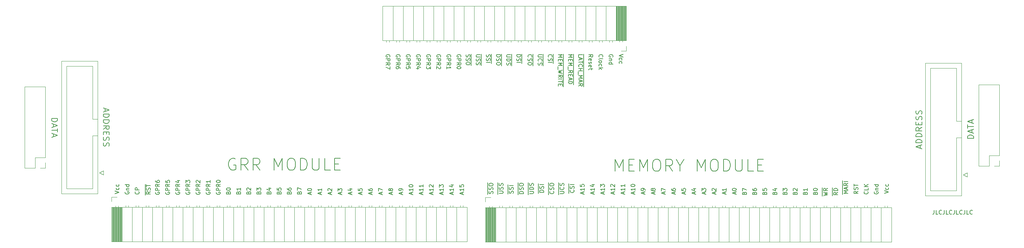
<source format=gbr>
%TF.GenerationSoftware,KiCad,Pcbnew,(6.0.0-0)*%
%TF.CreationDate,2022-03-10T23:18:49-05:00*%
%TF.ProjectId,Backplane-Connector-2022,4261636b-706c-4616-9e65-2d436f6e6e65,rev?*%
%TF.SameCoordinates,Original*%
%TF.FileFunction,Legend,Top*%
%TF.FilePolarity,Positive*%
%FSLAX46Y46*%
G04 Gerber Fmt 4.6, Leading zero omitted, Abs format (unit mm)*
G04 Created by KiCad (PCBNEW (6.0.0-0)) date 2022-03-10 23:18:49*
%MOMM*%
%LPD*%
G01*
G04 APERTURE LIST*
%ADD10C,0.150000*%
%ADD11C,0.120000*%
G04 APERTURE END LIST*
D10*
X257456989Y-185935095D02*
X257456989Y-185458905D01*
X257742703Y-186030333D02*
X256742703Y-185697000D01*
X257742703Y-185363667D01*
X257742703Y-184982714D02*
X257742703Y-184792238D01*
X257695084Y-184697000D01*
X257647465Y-184649381D01*
X257504608Y-184554143D01*
X257314132Y-184506524D01*
X256933180Y-184506524D01*
X256837942Y-184554143D01*
X256790323Y-184601762D01*
X256742703Y-184697000D01*
X256742703Y-184887476D01*
X256790323Y-184982714D01*
X256837942Y-185030333D01*
X256933180Y-185077952D01*
X257171275Y-185077952D01*
X257266513Y-185030333D01*
X257314132Y-184982714D01*
X257361751Y-184887476D01*
X257361751Y-184697000D01*
X257314132Y-184601762D01*
X257266513Y-184554143D01*
X257171275Y-184506524D01*
X221658894Y-185554143D02*
X221706513Y-185411286D01*
X221754132Y-185363667D01*
X221849370Y-185316048D01*
X221992227Y-185316048D01*
X222087465Y-185363667D01*
X222135084Y-185411286D01*
X222182703Y-185506524D01*
X222182703Y-185887476D01*
X221182703Y-185887476D01*
X221182703Y-185554143D01*
X221230323Y-185458905D01*
X221277942Y-185411286D01*
X221373180Y-185363667D01*
X221468418Y-185363667D01*
X221563656Y-185411286D01*
X221611275Y-185458905D01*
X221658894Y-185554143D01*
X221658894Y-185887476D01*
X221182703Y-184982714D02*
X221182703Y-184363667D01*
X221563656Y-184697000D01*
X221563656Y-184554143D01*
X221611275Y-184458905D01*
X221658894Y-184411286D01*
X221754132Y-184363667D01*
X221992227Y-184363667D01*
X222087465Y-184411286D01*
X222135084Y-184458905D01*
X222182703Y-184554143D01*
X222182703Y-184839857D01*
X222135084Y-184935095D01*
X222087465Y-184982714D01*
X320679989Y-185911789D02*
X320679989Y-185435599D01*
X320965703Y-186007027D02*
X319965703Y-185673694D01*
X320965703Y-185340361D01*
X320394275Y-184864170D02*
X320346656Y-184959408D01*
X320299037Y-185007027D01*
X320203799Y-185054646D01*
X320156180Y-185054646D01*
X320060942Y-185007027D01*
X320013323Y-184959408D01*
X319965703Y-184864170D01*
X319965703Y-184673694D01*
X320013323Y-184578456D01*
X320060942Y-184530837D01*
X320156180Y-184483218D01*
X320203799Y-184483218D01*
X320299037Y-184530837D01*
X320346656Y-184578456D01*
X320394275Y-184673694D01*
X320394275Y-184864170D01*
X320441894Y-184959408D01*
X320489513Y-185007027D01*
X320584751Y-185054646D01*
X320775227Y-185054646D01*
X320870465Y-185007027D01*
X320918084Y-184959408D01*
X320965703Y-184864170D01*
X320965703Y-184673694D01*
X320918084Y-184578456D01*
X320870465Y-184530837D01*
X320775227Y-184483218D01*
X320584751Y-184483218D01*
X320489513Y-184530837D01*
X320441894Y-184578456D01*
X320394275Y-184673694D01*
X307979989Y-185848170D02*
X307979989Y-185371980D01*
X308265703Y-185943408D02*
X307265703Y-185610075D01*
X308265703Y-185276742D01*
X308265703Y-184419599D02*
X308265703Y-184991027D01*
X308265703Y-184705313D02*
X307265703Y-184705313D01*
X307408561Y-184800551D01*
X307503799Y-184895789D01*
X307551418Y-184991027D01*
X307265703Y-184086265D02*
X307265703Y-183467218D01*
X307646656Y-183800551D01*
X307646656Y-183657694D01*
X307694275Y-183562456D01*
X307741894Y-183514837D01*
X307837132Y-183467218D01*
X308075227Y-183467218D01*
X308170465Y-183514837D01*
X308218084Y-183562456D01*
X308265703Y-183657694D01*
X308265703Y-183943408D01*
X308218084Y-184038646D01*
X308170465Y-184086265D01*
X348381894Y-185673694D02*
X348429513Y-185530837D01*
X348477132Y-185483218D01*
X348572370Y-185435599D01*
X348715227Y-185435599D01*
X348810465Y-185483218D01*
X348858084Y-185530837D01*
X348905703Y-185626075D01*
X348905703Y-186007027D01*
X347905703Y-186007027D01*
X347905703Y-185673694D01*
X347953323Y-185578456D01*
X348000942Y-185530837D01*
X348096180Y-185483218D01*
X348191418Y-185483218D01*
X348286656Y-185530837D01*
X348334275Y-185578456D01*
X348381894Y-185673694D01*
X348381894Y-186007027D01*
X347905703Y-184530837D02*
X347905703Y-185007027D01*
X348381894Y-185054646D01*
X348334275Y-185007027D01*
X348286656Y-184911789D01*
X348286656Y-184673694D01*
X348334275Y-184578456D01*
X348381894Y-184530837D01*
X348477132Y-184483218D01*
X348715227Y-184483218D01*
X348810465Y-184530837D01*
X348858084Y-184578456D01*
X348905703Y-184673694D01*
X348905703Y-184911789D01*
X348858084Y-185007027D01*
X348810465Y-185054646D01*
X325759989Y-185911789D02*
X325759989Y-185435599D01*
X326045703Y-186007027D02*
X325045703Y-185673694D01*
X326045703Y-185340361D01*
X325045703Y-184578456D02*
X325045703Y-184768932D01*
X325093323Y-184864170D01*
X325140942Y-184911789D01*
X325283799Y-185007027D01*
X325474275Y-185054646D01*
X325855227Y-185054646D01*
X325950465Y-185007027D01*
X325998084Y-184959408D01*
X326045703Y-184864170D01*
X326045703Y-184673694D01*
X325998084Y-184578456D01*
X325950465Y-184530837D01*
X325855227Y-184483218D01*
X325617132Y-184483218D01*
X325521894Y-184530837D01*
X325474275Y-184578456D01*
X325426656Y-184673694D01*
X325426656Y-184864170D01*
X325474275Y-184959408D01*
X325521894Y-185007027D01*
X325617132Y-185054646D01*
X310519989Y-185848170D02*
X310519989Y-185371980D01*
X310805703Y-185943408D02*
X309805703Y-185610075D01*
X310805703Y-185276742D01*
X310805703Y-184419599D02*
X310805703Y-184991027D01*
X310805703Y-184705313D02*
X309805703Y-184705313D01*
X309948561Y-184800551D01*
X310043799Y-184895789D01*
X310091418Y-184991027D01*
X309900942Y-184038646D02*
X309853323Y-183991027D01*
X309805703Y-183895789D01*
X309805703Y-183657694D01*
X309853323Y-183562456D01*
X309900942Y-183514837D01*
X309996180Y-183467218D01*
X310091418Y-183467218D01*
X310234275Y-183514837D01*
X310805703Y-184086265D01*
X310805703Y-183467218D01*
X299363323Y-185705313D02*
X299363323Y-184705313D01*
X300550465Y-184895789D02*
X300598084Y-184943408D01*
X300645703Y-185086265D01*
X300645703Y-185181503D01*
X300598084Y-185324361D01*
X300502846Y-185419599D01*
X300407608Y-185467218D01*
X300217132Y-185514837D01*
X300074275Y-185514837D01*
X299883799Y-185467218D01*
X299788561Y-185419599D01*
X299693323Y-185324361D01*
X299645703Y-185181503D01*
X299645703Y-185086265D01*
X299693323Y-184943408D01*
X299740942Y-184895789D01*
X299363323Y-184705313D02*
X299363323Y-183752932D01*
X300598084Y-184514837D02*
X300645703Y-184371980D01*
X300645703Y-184133884D01*
X300598084Y-184038646D01*
X300550465Y-183991027D01*
X300455227Y-183943408D01*
X300359989Y-183943408D01*
X300264751Y-183991027D01*
X300217132Y-184038646D01*
X300169513Y-184133884D01*
X300121894Y-184324361D01*
X300074275Y-184419599D01*
X300026656Y-184467218D01*
X299931418Y-184514837D01*
X299836180Y-184514837D01*
X299740942Y-184467218D01*
X299693323Y-184419599D01*
X299645703Y-184324361D01*
X299645703Y-184086265D01*
X299693323Y-183943408D01*
X299363323Y-183752932D02*
X299363323Y-183276742D01*
X300645703Y-183514837D02*
X299645703Y-183514837D01*
X292930000Y-150719500D02*
X292930000Y-151767119D01*
X292647619Y-150957595D02*
X291838095Y-150957595D01*
X291742857Y-151005214D01*
X291695238Y-151052833D01*
X291647619Y-151148071D01*
X291647619Y-151338547D01*
X291695238Y-151433785D01*
X291742857Y-151481404D01*
X291838095Y-151529023D01*
X292647619Y-151529023D01*
X292930000Y-151767119D02*
X292930000Y-152767119D01*
X291742857Y-152576642D02*
X291695238Y-152529023D01*
X291647619Y-152386166D01*
X291647619Y-152290928D01*
X291695238Y-152148071D01*
X291790476Y-152052833D01*
X291885714Y-152005214D01*
X292076190Y-151957595D01*
X292219047Y-151957595D01*
X292409523Y-152005214D01*
X292504761Y-152052833D01*
X292600000Y-152148071D01*
X292647619Y-152290928D01*
X292647619Y-152386166D01*
X292600000Y-152529023D01*
X292552380Y-152576642D01*
X292930000Y-152767119D02*
X292930000Y-153719500D01*
X291695238Y-152957595D02*
X291647619Y-153100452D01*
X291647619Y-153338547D01*
X291695238Y-153433785D01*
X291742857Y-153481404D01*
X291838095Y-153529023D01*
X291933333Y-153529023D01*
X292028571Y-153481404D01*
X292076190Y-153433785D01*
X292123809Y-153338547D01*
X292171428Y-153148071D01*
X292219047Y-153052833D01*
X292266666Y-153005214D01*
X292361904Y-152957595D01*
X292457142Y-152957595D01*
X292552380Y-153005214D01*
X292600000Y-153052833D01*
X292647619Y-153148071D01*
X292647619Y-153386166D01*
X292600000Y-153529023D01*
X296823323Y-186022742D02*
X296823323Y-184975122D01*
X297105703Y-185784646D02*
X297915227Y-185784646D01*
X298010465Y-185737027D01*
X298058084Y-185689408D01*
X298105703Y-185594170D01*
X298105703Y-185403694D01*
X298058084Y-185308456D01*
X298010465Y-185260837D01*
X297915227Y-185213218D01*
X297105703Y-185213218D01*
X296823323Y-184975122D02*
X296823323Y-183975122D01*
X298010465Y-184165599D02*
X298058084Y-184213218D01*
X298105703Y-184356075D01*
X298105703Y-184451313D01*
X298058084Y-184594170D01*
X297962846Y-184689408D01*
X297867608Y-184737027D01*
X297677132Y-184784646D01*
X297534275Y-184784646D01*
X297343799Y-184737027D01*
X297248561Y-184689408D01*
X297153323Y-184594170D01*
X297105703Y-184451313D01*
X297105703Y-184356075D01*
X297153323Y-184213218D01*
X297200942Y-184165599D01*
X296823323Y-183975122D02*
X296823323Y-183022742D01*
X298058084Y-183784646D02*
X298105703Y-183641789D01*
X298105703Y-183403694D01*
X298058084Y-183308456D01*
X298010465Y-183260837D01*
X297915227Y-183213218D01*
X297819989Y-183213218D01*
X297724751Y-183260837D01*
X297677132Y-183308456D01*
X297629513Y-183403694D01*
X297581894Y-183594170D01*
X297534275Y-183689408D01*
X297486656Y-183737027D01*
X297391418Y-183784646D01*
X297296180Y-183784646D01*
X297200942Y-183737027D01*
X297153323Y-183689408D01*
X297105703Y-183594170D01*
X297105703Y-183356075D01*
X297153323Y-183213218D01*
X272280000Y-151481404D02*
X272327619Y-151386166D01*
X272327619Y-151243309D01*
X272280000Y-151100452D01*
X272184761Y-151005214D01*
X272089523Y-150957595D01*
X271899047Y-150909976D01*
X271756190Y-150909976D01*
X271565714Y-150957595D01*
X271470476Y-151005214D01*
X271375238Y-151100452D01*
X271327619Y-151243309D01*
X271327619Y-151338547D01*
X271375238Y-151481404D01*
X271422857Y-151529023D01*
X271756190Y-151529023D01*
X271756190Y-151338547D01*
X271327619Y-151957595D02*
X272327619Y-151957595D01*
X272327619Y-152338547D01*
X272280000Y-152433785D01*
X272232380Y-152481404D01*
X272137142Y-152529023D01*
X271994285Y-152529023D01*
X271899047Y-152481404D01*
X271851428Y-152433785D01*
X271803809Y-152338547D01*
X271803809Y-151957595D01*
X271327619Y-153529023D02*
X271803809Y-153195690D01*
X271327619Y-152957595D02*
X272327619Y-152957595D01*
X272327619Y-153338547D01*
X272280000Y-153433785D01*
X272232380Y-153481404D01*
X272137142Y-153529023D01*
X271994285Y-153529023D01*
X271899047Y-153481404D01*
X271851428Y-153433785D01*
X271803809Y-153338547D01*
X271803809Y-152957595D01*
X272327619Y-154148071D02*
X272327619Y-154243309D01*
X272280000Y-154338547D01*
X272232380Y-154386166D01*
X272137142Y-154433785D01*
X271946666Y-154481404D01*
X271708571Y-154481404D01*
X271518095Y-154433785D01*
X271422857Y-154386166D01*
X271375238Y-154338547D01*
X271327619Y-154243309D01*
X271327619Y-154148071D01*
X271375238Y-154052833D01*
X271422857Y-154005214D01*
X271518095Y-153957595D01*
X271708571Y-153909976D01*
X271946666Y-153909976D01*
X272137142Y-153957595D01*
X272232380Y-154005214D01*
X272280000Y-154052833D01*
X272327619Y-154148071D01*
X330839989Y-185911789D02*
X330839989Y-185435599D01*
X331125703Y-186007027D02*
X330125703Y-185673694D01*
X331125703Y-185340361D01*
X330459037Y-184578456D02*
X331125703Y-184578456D01*
X330078084Y-184816551D02*
X330792370Y-185054646D01*
X330792370Y-184435599D01*
X365403323Y-186292742D02*
X365403323Y-185292742D01*
X366685703Y-185483218D02*
X366209513Y-185816551D01*
X366685703Y-186054646D02*
X365685703Y-186054646D01*
X365685703Y-185673694D01*
X365733323Y-185578456D01*
X365780942Y-185530837D01*
X365876180Y-185483218D01*
X366019037Y-185483218D01*
X366114275Y-185530837D01*
X366161894Y-185578456D01*
X366209513Y-185673694D01*
X366209513Y-186054646D01*
X365403323Y-185292742D02*
X365403323Y-184292742D01*
X366685703Y-185054646D02*
X365685703Y-185054646D01*
X365685703Y-184816551D01*
X365733323Y-184673694D01*
X365828561Y-184578456D01*
X365923799Y-184530837D01*
X366114275Y-184483218D01*
X366257132Y-184483218D01*
X366447608Y-184530837D01*
X366542846Y-184578456D01*
X366638084Y-184673694D01*
X366685703Y-184816551D01*
X366685703Y-185054646D01*
X272696989Y-185935095D02*
X272696989Y-185458905D01*
X272982703Y-186030333D02*
X271982703Y-185697000D01*
X272982703Y-185363667D01*
X272982703Y-184506524D02*
X272982703Y-185077952D01*
X272982703Y-184792238D02*
X271982703Y-184792238D01*
X272125561Y-184887476D01*
X272220799Y-184982714D01*
X272268418Y-185077952D01*
X271982703Y-183601762D02*
X271982703Y-184077952D01*
X272458894Y-184125572D01*
X272411275Y-184077952D01*
X272363656Y-183982714D01*
X272363656Y-183744619D01*
X272411275Y-183649381D01*
X272458894Y-183601762D01*
X272554132Y-183554143D01*
X272792227Y-183554143D01*
X272887465Y-183601762D01*
X272935084Y-183649381D01*
X272982703Y-183744619D01*
X272982703Y-183982714D01*
X272935084Y-184077952D01*
X272887465Y-184125572D01*
X335919989Y-185911789D02*
X335919989Y-185435599D01*
X336205703Y-186007027D02*
X335205703Y-185673694D01*
X336205703Y-185340361D01*
X335300942Y-185054646D02*
X335253323Y-185007027D01*
X335205703Y-184911789D01*
X335205703Y-184673694D01*
X335253323Y-184578456D01*
X335300942Y-184530837D01*
X335396180Y-184483218D01*
X335491418Y-184483218D01*
X335634275Y-184530837D01*
X336205703Y-185102265D01*
X336205703Y-184483218D01*
X378385703Y-185752932D02*
X379385703Y-185419599D01*
X378385703Y-185086265D01*
X379338084Y-184324361D02*
X379385703Y-184419599D01*
X379385703Y-184610075D01*
X379338084Y-184705313D01*
X379290465Y-184752932D01*
X379195227Y-184800551D01*
X378909513Y-184800551D01*
X378814275Y-184752932D01*
X378766656Y-184705313D01*
X378719037Y-184610075D01*
X378719037Y-184419599D01*
X378766656Y-184324361D01*
X379338084Y-183467218D02*
X379385703Y-183562456D01*
X379385703Y-183752932D01*
X379338084Y-183848170D01*
X379290465Y-183895789D01*
X379195227Y-183943408D01*
X378909513Y-183943408D01*
X378814275Y-183895789D01*
X378766656Y-183848170D01*
X378719037Y-183752932D01*
X378719037Y-183562456D01*
X378766656Y-183467218D01*
X287596000Y-150719500D02*
X287596000Y-151719500D01*
X286313619Y-150957595D02*
X287313619Y-150957595D01*
X287313619Y-151195690D01*
X287266000Y-151338547D01*
X287170761Y-151433785D01*
X287075523Y-151481404D01*
X286885047Y-151529023D01*
X286742190Y-151529023D01*
X286551714Y-151481404D01*
X286456476Y-151433785D01*
X286361238Y-151338547D01*
X286313619Y-151195690D01*
X286313619Y-150957595D01*
X287596000Y-151719500D02*
X287596000Y-152671880D01*
X286361238Y-151909976D02*
X286313619Y-152052833D01*
X286313619Y-152290928D01*
X286361238Y-152386166D01*
X286408857Y-152433785D01*
X286504095Y-152481404D01*
X286599333Y-152481404D01*
X286694571Y-152433785D01*
X286742190Y-152386166D01*
X286789809Y-152290928D01*
X286837428Y-152100452D01*
X286885047Y-152005214D01*
X286932666Y-151957595D01*
X287027904Y-151909976D01*
X287123142Y-151909976D01*
X287218380Y-151957595D01*
X287266000Y-152005214D01*
X287313619Y-152100452D01*
X287313619Y-152338547D01*
X287266000Y-152481404D01*
X287596000Y-152671880D02*
X287596000Y-153148071D01*
X286313619Y-152909976D02*
X287313619Y-152909976D01*
X231818894Y-185554143D02*
X231866513Y-185411286D01*
X231914132Y-185363667D01*
X232009370Y-185316048D01*
X232152227Y-185316048D01*
X232247465Y-185363667D01*
X232295084Y-185411286D01*
X232342703Y-185506524D01*
X232342703Y-185887476D01*
X231342703Y-185887476D01*
X231342703Y-185554143D01*
X231390323Y-185458905D01*
X231437942Y-185411286D01*
X231533180Y-185363667D01*
X231628418Y-185363667D01*
X231723656Y-185411286D01*
X231771275Y-185458905D01*
X231818894Y-185554143D01*
X231818894Y-185887476D01*
X231342703Y-184982714D02*
X231342703Y-184316048D01*
X232342703Y-184744619D01*
X279976000Y-150719500D02*
X279976000Y-151671880D01*
X278741238Y-150909976D02*
X278693619Y-151052833D01*
X278693619Y-151290928D01*
X278741238Y-151386166D01*
X278788857Y-151433785D01*
X278884095Y-151481404D01*
X278979333Y-151481404D01*
X279074571Y-151433785D01*
X279122190Y-151386166D01*
X279169809Y-151290928D01*
X279217428Y-151100452D01*
X279265047Y-151005214D01*
X279312666Y-150957595D01*
X279407904Y-150909976D01*
X279503142Y-150909976D01*
X279598380Y-150957595D01*
X279646000Y-151005214D01*
X279693619Y-151100452D01*
X279693619Y-151338547D01*
X279646000Y-151481404D01*
X279976000Y-151671880D02*
X279976000Y-152624261D01*
X278741238Y-151862357D02*
X278693619Y-152005214D01*
X278693619Y-152243309D01*
X278741238Y-152338547D01*
X278788857Y-152386166D01*
X278884095Y-152433785D01*
X278979333Y-152433785D01*
X279074571Y-152386166D01*
X279122190Y-152338547D01*
X279169809Y-152243309D01*
X279217428Y-152052833D01*
X279265047Y-151957595D01*
X279312666Y-151909976D01*
X279407904Y-151862357D01*
X279503142Y-151862357D01*
X279598380Y-151909976D01*
X279646000Y-151957595D01*
X279693619Y-152052833D01*
X279693619Y-152290928D01*
X279646000Y-152433785D01*
X279976000Y-152624261D02*
X279976000Y-153100452D01*
X278693619Y-152862357D02*
X279693619Y-152862357D01*
X315599989Y-185848170D02*
X315599989Y-185371980D01*
X315885703Y-185943408D02*
X314885703Y-185610075D01*
X315885703Y-185276742D01*
X315885703Y-184419599D02*
X315885703Y-184991027D01*
X315885703Y-184705313D02*
X314885703Y-184705313D01*
X315028561Y-184800551D01*
X315123799Y-184895789D01*
X315171418Y-184991027D01*
X314885703Y-183800551D02*
X314885703Y-183705313D01*
X314933323Y-183610075D01*
X314980942Y-183562456D01*
X315076180Y-183514837D01*
X315266656Y-183467218D01*
X315504751Y-183467218D01*
X315695227Y-183514837D01*
X315790465Y-183562456D01*
X315838084Y-183610075D01*
X315885703Y-183705313D01*
X315885703Y-183800551D01*
X315838084Y-183895789D01*
X315790465Y-183943408D01*
X315695227Y-183991027D01*
X315504751Y-184038646D01*
X315266656Y-184038646D01*
X315076180Y-183991027D01*
X314980942Y-183943408D01*
X314933323Y-183895789D01*
X314885703Y-183800551D01*
X188210323Y-185363667D02*
X188162703Y-185458905D01*
X188162703Y-185601762D01*
X188210323Y-185744619D01*
X188305561Y-185839857D01*
X188400799Y-185887476D01*
X188591275Y-185935095D01*
X188734132Y-185935095D01*
X188924608Y-185887476D01*
X189019846Y-185839857D01*
X189115084Y-185744619D01*
X189162703Y-185601762D01*
X189162703Y-185506524D01*
X189115084Y-185363667D01*
X189067465Y-185316048D01*
X188734132Y-185316048D01*
X188734132Y-185506524D01*
X188496037Y-184887476D02*
X189162703Y-184887476D01*
X188591275Y-184887476D02*
X188543656Y-184839857D01*
X188496037Y-184744619D01*
X188496037Y-184601762D01*
X188543656Y-184506524D01*
X188638894Y-184458905D01*
X189162703Y-184458905D01*
X189162703Y-183554143D02*
X188162703Y-183554143D01*
X189115084Y-183554143D02*
X189162703Y-183649381D01*
X189162703Y-183839857D01*
X189115084Y-183935095D01*
X189067465Y-183982714D01*
X188972227Y-184030333D01*
X188686513Y-184030333D01*
X188591275Y-183982714D01*
X188543656Y-183935095D01*
X188496037Y-183839857D01*
X188496037Y-183649381D01*
X188543656Y-183554143D01*
X294283323Y-186022742D02*
X294283323Y-185022742D01*
X295470465Y-185213218D02*
X295518084Y-185260837D01*
X295565703Y-185403694D01*
X295565703Y-185498932D01*
X295518084Y-185641789D01*
X295422846Y-185737027D01*
X295327608Y-185784646D01*
X295137132Y-185832265D01*
X294994275Y-185832265D01*
X294803799Y-185784646D01*
X294708561Y-185737027D01*
X294613323Y-185641789D01*
X294565703Y-185498932D01*
X294565703Y-185403694D01*
X294613323Y-185260837D01*
X294660942Y-185213218D01*
X294283323Y-185022742D02*
X294283323Y-184070361D01*
X295518084Y-184832265D02*
X295565703Y-184689408D01*
X295565703Y-184451313D01*
X295518084Y-184356075D01*
X295470465Y-184308456D01*
X295375227Y-184260837D01*
X295279989Y-184260837D01*
X295184751Y-184308456D01*
X295137132Y-184356075D01*
X295089513Y-184451313D01*
X295041894Y-184641789D01*
X294994275Y-184737027D01*
X294946656Y-184784646D01*
X294851418Y-184832265D01*
X294756180Y-184832265D01*
X294660942Y-184784646D01*
X294613323Y-184737027D01*
X294565703Y-184641789D01*
X294565703Y-184403694D01*
X294613323Y-184260837D01*
X294283323Y-184070361D02*
X294283323Y-183022742D01*
X294565703Y-183641789D02*
X294565703Y-183451313D01*
X294613323Y-183356075D01*
X294708561Y-183260837D01*
X294899037Y-183213218D01*
X295232370Y-183213218D01*
X295422846Y-183260837D01*
X295518084Y-183356075D01*
X295565703Y-183451313D01*
X295565703Y-183641789D01*
X295518084Y-183737027D01*
X295422846Y-183832265D01*
X295232370Y-183879884D01*
X294899037Y-183879884D01*
X294708561Y-183832265D01*
X294613323Y-183737027D01*
X294565703Y-183641789D01*
X303090000Y-150719500D02*
X303090000Y-151529023D01*
X301807619Y-151433785D02*
X301807619Y-150957595D01*
X302807619Y-150957595D01*
X303090000Y-151529023D02*
X303090000Y-152386166D01*
X302093333Y-151719500D02*
X302093333Y-152195690D01*
X301807619Y-151624261D02*
X302807619Y-151957595D01*
X301807619Y-152290928D01*
X303090000Y-152386166D02*
X303090000Y-153148071D01*
X302807619Y-152481404D02*
X302807619Y-153052833D01*
X301807619Y-152767119D02*
X302807619Y-152767119D01*
X303090000Y-153148071D02*
X303090000Y-154148071D01*
X301902857Y-153957595D02*
X301855238Y-153909976D01*
X301807619Y-153767119D01*
X301807619Y-153671880D01*
X301855238Y-153529023D01*
X301950476Y-153433785D01*
X302045714Y-153386166D01*
X302236190Y-153338547D01*
X302379047Y-153338547D01*
X302569523Y-153386166D01*
X302664761Y-153433785D01*
X302760000Y-153529023D01*
X302807619Y-153671880D01*
X302807619Y-153767119D01*
X302760000Y-153909976D01*
X302712380Y-153957595D01*
X303090000Y-154148071D02*
X303090000Y-155195690D01*
X301807619Y-154386166D02*
X302807619Y-154386166D01*
X302331428Y-154386166D02*
X302331428Y-154957595D01*
X301807619Y-154957595D02*
X302807619Y-154957595D01*
X303090000Y-155195690D02*
X303090000Y-155957595D01*
X301712380Y-155195690D02*
X301712380Y-155957595D01*
X303090000Y-155957595D02*
X303090000Y-157100452D01*
X301807619Y-156195690D02*
X302807619Y-156195690D01*
X302093333Y-156529023D01*
X302807619Y-156862357D01*
X301807619Y-156862357D01*
X303090000Y-157100452D02*
X303090000Y-157957595D01*
X302093333Y-157290928D02*
X302093333Y-157767119D01*
X301807619Y-157195690D02*
X302807619Y-157529023D01*
X301807619Y-157862357D01*
X303090000Y-157957595D02*
X303090000Y-158957595D01*
X301807619Y-158767119D02*
X302283809Y-158433785D01*
X301807619Y-158195690D02*
X302807619Y-158195690D01*
X302807619Y-158576642D01*
X302760000Y-158671880D01*
X302712380Y-158719500D01*
X302617142Y-158767119D01*
X302474285Y-158767119D01*
X302379047Y-158719500D01*
X302331428Y-158671880D01*
X302283809Y-158576642D01*
X302283809Y-158195690D01*
X257040000Y-151481404D02*
X257087619Y-151386166D01*
X257087619Y-151243309D01*
X257040000Y-151100452D01*
X256944761Y-151005214D01*
X256849523Y-150957595D01*
X256659047Y-150909976D01*
X256516190Y-150909976D01*
X256325714Y-150957595D01*
X256230476Y-151005214D01*
X256135238Y-151100452D01*
X256087619Y-151243309D01*
X256087619Y-151338547D01*
X256135238Y-151481404D01*
X256182857Y-151529023D01*
X256516190Y-151529023D01*
X256516190Y-151338547D01*
X256087619Y-151957595D02*
X257087619Y-151957595D01*
X257087619Y-152338547D01*
X257040000Y-152433785D01*
X256992380Y-152481404D01*
X256897142Y-152529023D01*
X256754285Y-152529023D01*
X256659047Y-152481404D01*
X256611428Y-152433785D01*
X256563809Y-152338547D01*
X256563809Y-151957595D01*
X256087619Y-153529023D02*
X256563809Y-153195690D01*
X256087619Y-152957595D02*
X257087619Y-152957595D01*
X257087619Y-153338547D01*
X257040000Y-153433785D01*
X256992380Y-153481404D01*
X256897142Y-153529023D01*
X256754285Y-153529023D01*
X256659047Y-153481404D01*
X256611428Y-153433785D01*
X256563809Y-153338547D01*
X256563809Y-152957595D01*
X257087619Y-154386166D02*
X257087619Y-154195690D01*
X257040000Y-154100452D01*
X256992380Y-154052833D01*
X256849523Y-153957595D01*
X256659047Y-153909976D01*
X256278095Y-153909976D01*
X256182857Y-153957595D01*
X256135238Y-154005214D01*
X256087619Y-154100452D01*
X256087619Y-154290928D01*
X256135238Y-154386166D01*
X256182857Y-154433785D01*
X256278095Y-154481404D01*
X256516190Y-154481404D01*
X256611428Y-154433785D01*
X256659047Y-154386166D01*
X256706666Y-154290928D01*
X256706666Y-154100452D01*
X256659047Y-154005214D01*
X256611428Y-153957595D01*
X256516190Y-153909976D01*
X313059989Y-185848170D02*
X313059989Y-185371980D01*
X313345703Y-185943408D02*
X312345703Y-185610075D01*
X313345703Y-185276742D01*
X313345703Y-184419599D02*
X313345703Y-184991027D01*
X313345703Y-184705313D02*
X312345703Y-184705313D01*
X312488561Y-184800551D01*
X312583799Y-184895789D01*
X312631418Y-184991027D01*
X313345703Y-183467218D02*
X313345703Y-184038646D01*
X313345703Y-183752932D02*
X312345703Y-183752932D01*
X312488561Y-183848170D01*
X312583799Y-183943408D01*
X312631418Y-184038646D01*
X400728571Y-171922000D02*
X399228571Y-171922000D01*
X399228571Y-171564857D01*
X399300000Y-171350571D01*
X399442857Y-171207714D01*
X399585714Y-171136285D01*
X399871428Y-171064857D01*
X400085714Y-171064857D01*
X400371428Y-171136285D01*
X400514285Y-171207714D01*
X400657142Y-171350571D01*
X400728571Y-171564857D01*
X400728571Y-171922000D01*
X400300000Y-170493428D02*
X400300000Y-169779142D01*
X400728571Y-170636285D02*
X399228571Y-170136285D01*
X400728571Y-169636285D01*
X399228571Y-169350571D02*
X399228571Y-168493428D01*
X400728571Y-168922000D02*
X399228571Y-168922000D01*
X400300000Y-168064857D02*
X400300000Y-167350571D01*
X400728571Y-168207714D02*
X399228571Y-167707714D01*
X400728571Y-167207714D01*
X282516000Y-150719500D02*
X282516000Y-151719500D01*
X281233619Y-150957595D02*
X282233619Y-150957595D01*
X282233619Y-151195690D01*
X282186000Y-151338547D01*
X282090761Y-151433785D01*
X281995523Y-151481404D01*
X281805047Y-151529023D01*
X281662190Y-151529023D01*
X281471714Y-151481404D01*
X281376476Y-151433785D01*
X281281238Y-151338547D01*
X281233619Y-151195690D01*
X281233619Y-150957595D01*
X282516000Y-151719500D02*
X282516000Y-152671880D01*
X281281238Y-151909976D02*
X281233619Y-152052833D01*
X281233619Y-152290928D01*
X281281238Y-152386166D01*
X281328857Y-152433785D01*
X281424095Y-152481404D01*
X281519333Y-152481404D01*
X281614571Y-152433785D01*
X281662190Y-152386166D01*
X281709809Y-152290928D01*
X281757428Y-152100452D01*
X281805047Y-152005214D01*
X281852666Y-151957595D01*
X281947904Y-151909976D01*
X282043142Y-151909976D01*
X282138380Y-151957595D01*
X282186000Y-152005214D01*
X282233619Y-152100452D01*
X282233619Y-152338547D01*
X282186000Y-152481404D01*
X282516000Y-152671880D02*
X282516000Y-153719500D01*
X282233619Y-153100452D02*
X282233619Y-153290928D01*
X282186000Y-153386166D01*
X282090761Y-153481404D01*
X281900285Y-153529023D01*
X281566952Y-153529023D01*
X281376476Y-153481404D01*
X281281238Y-153386166D01*
X281233619Y-153290928D01*
X281233619Y-153100452D01*
X281281238Y-153005214D01*
X281376476Y-152909976D01*
X281566952Y-152862357D01*
X281900285Y-152862357D01*
X282090761Y-152909976D01*
X282186000Y-153005214D01*
X282233619Y-153100452D01*
X269740000Y-151481404D02*
X269787619Y-151386166D01*
X269787619Y-151243309D01*
X269740000Y-151100452D01*
X269644761Y-151005214D01*
X269549523Y-150957595D01*
X269359047Y-150909976D01*
X269216190Y-150909976D01*
X269025714Y-150957595D01*
X268930476Y-151005214D01*
X268835238Y-151100452D01*
X268787619Y-151243309D01*
X268787619Y-151338547D01*
X268835238Y-151481404D01*
X268882857Y-151529023D01*
X269216190Y-151529023D01*
X269216190Y-151338547D01*
X268787619Y-151957595D02*
X269787619Y-151957595D01*
X269787619Y-152338547D01*
X269740000Y-152433785D01*
X269692380Y-152481404D01*
X269597142Y-152529023D01*
X269454285Y-152529023D01*
X269359047Y-152481404D01*
X269311428Y-152433785D01*
X269263809Y-152338547D01*
X269263809Y-151957595D01*
X268787619Y-153529023D02*
X269263809Y-153195690D01*
X268787619Y-152957595D02*
X269787619Y-152957595D01*
X269787619Y-153338547D01*
X269740000Y-153433785D01*
X269692380Y-153481404D01*
X269597142Y-153529023D01*
X269454285Y-153529023D01*
X269359047Y-153481404D01*
X269311428Y-153433785D01*
X269263809Y-153338547D01*
X269263809Y-152957595D01*
X268787619Y-154481404D02*
X268787619Y-153909976D01*
X268787619Y-154195690D02*
X269787619Y-154195690D01*
X269644761Y-154100452D01*
X269549523Y-154005214D01*
X269501904Y-153909976D01*
X277436000Y-150719500D02*
X277436000Y-151767119D01*
X277153619Y-150957595D02*
X276344095Y-150957595D01*
X276248857Y-151005214D01*
X276201238Y-151052833D01*
X276153619Y-151148071D01*
X276153619Y-151338547D01*
X276201238Y-151433785D01*
X276248857Y-151481404D01*
X276344095Y-151529023D01*
X277153619Y-151529023D01*
X277436000Y-151767119D02*
X277436000Y-152719500D01*
X276201238Y-151957595D02*
X276153619Y-152100452D01*
X276153619Y-152338547D01*
X276201238Y-152433785D01*
X276248857Y-152481404D01*
X276344095Y-152529023D01*
X276439333Y-152529023D01*
X276534571Y-152481404D01*
X276582190Y-152433785D01*
X276629809Y-152338547D01*
X276677428Y-152148071D01*
X276725047Y-152052833D01*
X276772666Y-152005214D01*
X276867904Y-151957595D01*
X276963142Y-151957595D01*
X277058380Y-152005214D01*
X277106000Y-152052833D01*
X277153619Y-152148071D01*
X277153619Y-152386166D01*
X277106000Y-152529023D01*
X277436000Y-152719500D02*
X277436000Y-153671880D01*
X276201238Y-152909976D02*
X276153619Y-153052833D01*
X276153619Y-153290928D01*
X276201238Y-153386166D01*
X276248857Y-153433785D01*
X276344095Y-153481404D01*
X276439333Y-153481404D01*
X276534571Y-153433785D01*
X276582190Y-153386166D01*
X276629809Y-153290928D01*
X276677428Y-153100452D01*
X276725047Y-153005214D01*
X276772666Y-152957595D01*
X276867904Y-152909976D01*
X276963142Y-152909976D01*
X277058380Y-152957595D01*
X277106000Y-153005214D01*
X277153619Y-153100452D01*
X277153619Y-153338547D01*
X277106000Y-153481404D01*
X356001894Y-185673694D02*
X356049513Y-185530837D01*
X356097132Y-185483218D01*
X356192370Y-185435599D01*
X356335227Y-185435599D01*
X356430465Y-185483218D01*
X356478084Y-185530837D01*
X356525703Y-185626075D01*
X356525703Y-186007027D01*
X355525703Y-186007027D01*
X355525703Y-185673694D01*
X355573323Y-185578456D01*
X355620942Y-185530837D01*
X355716180Y-185483218D01*
X355811418Y-185483218D01*
X355906656Y-185530837D01*
X355954275Y-185578456D01*
X356001894Y-185673694D01*
X356001894Y-186007027D01*
X355620942Y-185054646D02*
X355573323Y-185007027D01*
X355525703Y-184911789D01*
X355525703Y-184673694D01*
X355573323Y-184578456D01*
X355620942Y-184530837D01*
X355716180Y-184483218D01*
X355811418Y-184483218D01*
X355954275Y-184530837D01*
X356525703Y-185102265D01*
X356525703Y-184483218D01*
X333379989Y-185911789D02*
X333379989Y-185435599D01*
X333665703Y-186007027D02*
X332665703Y-185673694D01*
X333665703Y-185340361D01*
X332665703Y-185102265D02*
X332665703Y-184483218D01*
X333046656Y-184816551D01*
X333046656Y-184673694D01*
X333094275Y-184578456D01*
X333141894Y-184530837D01*
X333237132Y-184483218D01*
X333475227Y-184483218D01*
X333570465Y-184530837D01*
X333618084Y-184578456D01*
X333665703Y-184673694D01*
X333665703Y-184959408D01*
X333618084Y-185054646D01*
X333570465Y-185102265D01*
X185622703Y-185776333D02*
X186622703Y-185443000D01*
X185622703Y-185109667D01*
X186575084Y-184347762D02*
X186622703Y-184443000D01*
X186622703Y-184633476D01*
X186575084Y-184728714D01*
X186527465Y-184776333D01*
X186432227Y-184823952D01*
X186146513Y-184823952D01*
X186051275Y-184776333D01*
X186003656Y-184728714D01*
X185956037Y-184633476D01*
X185956037Y-184443000D01*
X186003656Y-184347762D01*
X186575084Y-183490619D02*
X186622703Y-183585857D01*
X186622703Y-183776333D01*
X186575084Y-183871572D01*
X186527465Y-183919191D01*
X186432227Y-183966810D01*
X186146513Y-183966810D01*
X186051275Y-183919191D01*
X186003656Y-183871572D01*
X185956037Y-183776333D01*
X185956037Y-183585857D01*
X186003656Y-183490619D01*
X242216989Y-185935095D02*
X242216989Y-185458905D01*
X242502703Y-186030333D02*
X241502703Y-185697000D01*
X242502703Y-185363667D01*
X241502703Y-185125572D02*
X241502703Y-184506524D01*
X241883656Y-184839857D01*
X241883656Y-184697000D01*
X241931275Y-184601762D01*
X241978894Y-184554143D01*
X242074132Y-184506524D01*
X242312227Y-184506524D01*
X242407465Y-184554143D01*
X242455084Y-184601762D01*
X242502703Y-184697000D01*
X242502703Y-184982714D01*
X242455084Y-185077952D01*
X242407465Y-185125572D01*
X249836989Y-185935095D02*
X249836989Y-185458905D01*
X250122703Y-186030333D02*
X249122703Y-185697000D01*
X250122703Y-185363667D01*
X249122703Y-184601762D02*
X249122703Y-184792238D01*
X249170323Y-184887476D01*
X249217942Y-184935095D01*
X249360799Y-185030333D01*
X249551275Y-185077952D01*
X249932227Y-185077952D01*
X250027465Y-185030333D01*
X250075084Y-184982714D01*
X250122703Y-184887476D01*
X250122703Y-184697000D01*
X250075084Y-184601762D01*
X250027465Y-184554143D01*
X249932227Y-184506524D01*
X249694132Y-184506524D01*
X249598894Y-184554143D01*
X249551275Y-184601762D01*
X249503656Y-184697000D01*
X249503656Y-184887476D01*
X249551275Y-184982714D01*
X249598894Y-185030333D01*
X249694132Y-185077952D01*
X262536989Y-185935095D02*
X262536989Y-185458905D01*
X262822703Y-186030333D02*
X261822703Y-185697000D01*
X262822703Y-185363667D01*
X262822703Y-184506524D02*
X262822703Y-185077952D01*
X262822703Y-184792238D02*
X261822703Y-184792238D01*
X261965561Y-184887476D01*
X262060799Y-184982714D01*
X262108418Y-185077952D01*
X262822703Y-183554143D02*
X262822703Y-184125572D01*
X262822703Y-183839857D02*
X261822703Y-183839857D01*
X261965561Y-183935095D01*
X262060799Y-184030333D01*
X262108418Y-184125572D01*
X200910323Y-185447048D02*
X200862703Y-185542286D01*
X200862703Y-185685143D01*
X200910323Y-185828000D01*
X201005561Y-185923238D01*
X201100799Y-185970857D01*
X201291275Y-186018476D01*
X201434132Y-186018476D01*
X201624608Y-185970857D01*
X201719846Y-185923238D01*
X201815084Y-185828000D01*
X201862703Y-185685143D01*
X201862703Y-185589905D01*
X201815084Y-185447048D01*
X201767465Y-185399429D01*
X201434132Y-185399429D01*
X201434132Y-185589905D01*
X201862703Y-184970857D02*
X200862703Y-184970857D01*
X200862703Y-184589905D01*
X200910323Y-184494667D01*
X200957942Y-184447048D01*
X201053180Y-184399429D01*
X201196037Y-184399429D01*
X201291275Y-184447048D01*
X201338894Y-184494667D01*
X201386513Y-184589905D01*
X201386513Y-184970857D01*
X201862703Y-183399429D02*
X201386513Y-183732762D01*
X201862703Y-183970857D02*
X200862703Y-183970857D01*
X200862703Y-183589905D01*
X200910323Y-183494667D01*
X200957942Y-183447048D01*
X201053180Y-183399429D01*
X201196037Y-183399429D01*
X201291275Y-183447048D01*
X201338894Y-183494667D01*
X201386513Y-183589905D01*
X201386513Y-183970857D01*
X201196037Y-182542286D02*
X201862703Y-182542286D01*
X200815084Y-182780381D02*
X201529370Y-183018476D01*
X201529370Y-182399429D01*
X310938000Y-180173142D02*
X310938000Y-177173142D01*
X311938000Y-179316000D01*
X312938000Y-177173142D01*
X312938000Y-180173142D01*
X314366571Y-178601714D02*
X315366571Y-178601714D01*
X315795142Y-180173142D02*
X314366571Y-180173142D01*
X314366571Y-177173142D01*
X315795142Y-177173142D01*
X317080857Y-180173142D02*
X317080857Y-177173142D01*
X318080857Y-179316000D01*
X319080857Y-177173142D01*
X319080857Y-180173142D01*
X321080857Y-177173142D02*
X321652285Y-177173142D01*
X321938000Y-177316000D01*
X322223714Y-177601714D01*
X322366571Y-178173142D01*
X322366571Y-179173142D01*
X322223714Y-179744571D01*
X321938000Y-180030285D01*
X321652285Y-180173142D01*
X321080857Y-180173142D01*
X320795142Y-180030285D01*
X320509428Y-179744571D01*
X320366571Y-179173142D01*
X320366571Y-178173142D01*
X320509428Y-177601714D01*
X320795142Y-177316000D01*
X321080857Y-177173142D01*
X325366571Y-180173142D02*
X324366571Y-178744571D01*
X323652285Y-180173142D02*
X323652285Y-177173142D01*
X324795142Y-177173142D01*
X325080857Y-177316000D01*
X325223714Y-177458857D01*
X325366571Y-177744571D01*
X325366571Y-178173142D01*
X325223714Y-178458857D01*
X325080857Y-178601714D01*
X324795142Y-178744571D01*
X323652285Y-178744571D01*
X327223714Y-178744571D02*
X327223714Y-180173142D01*
X326223714Y-177173142D02*
X327223714Y-178744571D01*
X328223714Y-177173142D01*
X331509428Y-180173142D02*
X331509428Y-177173142D01*
X332509428Y-179316000D01*
X333509428Y-177173142D01*
X333509428Y-180173142D01*
X335509428Y-177173142D02*
X336080857Y-177173142D01*
X336366571Y-177316000D01*
X336652285Y-177601714D01*
X336795142Y-178173142D01*
X336795142Y-179173142D01*
X336652285Y-179744571D01*
X336366571Y-180030285D01*
X336080857Y-180173142D01*
X335509428Y-180173142D01*
X335223714Y-180030285D01*
X334938000Y-179744571D01*
X334795142Y-179173142D01*
X334795142Y-178173142D01*
X334938000Y-177601714D01*
X335223714Y-177316000D01*
X335509428Y-177173142D01*
X338080857Y-180173142D02*
X338080857Y-177173142D01*
X338795142Y-177173142D01*
X339223714Y-177316000D01*
X339509428Y-177601714D01*
X339652285Y-177887428D01*
X339795142Y-178458857D01*
X339795142Y-178887428D01*
X339652285Y-179458857D01*
X339509428Y-179744571D01*
X339223714Y-180030285D01*
X338795142Y-180173142D01*
X338080857Y-180173142D01*
X341080857Y-177173142D02*
X341080857Y-179601714D01*
X341223714Y-179887428D01*
X341366571Y-180030285D01*
X341652285Y-180173142D01*
X342223714Y-180173142D01*
X342509428Y-180030285D01*
X342652285Y-179887428D01*
X342795142Y-179601714D01*
X342795142Y-177173142D01*
X345652285Y-180173142D02*
X344223714Y-180173142D01*
X344223714Y-177173142D01*
X346652285Y-178601714D02*
X347652285Y-178601714D01*
X348080857Y-180173142D02*
X346652285Y-180173142D01*
X346652285Y-177173142D01*
X348080857Y-177173142D01*
X328299989Y-185911789D02*
X328299989Y-185435599D01*
X328585703Y-186007027D02*
X327585703Y-185673694D01*
X328585703Y-185340361D01*
X327585703Y-184530837D02*
X327585703Y-185007027D01*
X328061894Y-185054646D01*
X328014275Y-185007027D01*
X327966656Y-184911789D01*
X327966656Y-184673694D01*
X328014275Y-184578456D01*
X328061894Y-184530837D01*
X328157132Y-184483218D01*
X328395227Y-184483218D01*
X328490465Y-184530837D01*
X328538084Y-184578456D01*
X328585703Y-184673694D01*
X328585703Y-184911789D01*
X328538084Y-185007027D01*
X328490465Y-185054646D01*
X290390000Y-150719500D02*
X290390000Y-151719500D01*
X289202857Y-151529023D02*
X289155238Y-151481404D01*
X289107619Y-151338547D01*
X289107619Y-151243309D01*
X289155238Y-151100452D01*
X289250476Y-151005214D01*
X289345714Y-150957595D01*
X289536190Y-150909976D01*
X289679047Y-150909976D01*
X289869523Y-150957595D01*
X289964761Y-151005214D01*
X290060000Y-151100452D01*
X290107619Y-151243309D01*
X290107619Y-151338547D01*
X290060000Y-151481404D01*
X290012380Y-151529023D01*
X290390000Y-151719500D02*
X290390000Y-152671880D01*
X289155238Y-151909976D02*
X289107619Y-152052833D01*
X289107619Y-152290928D01*
X289155238Y-152386166D01*
X289202857Y-152433785D01*
X289298095Y-152481404D01*
X289393333Y-152481404D01*
X289488571Y-152433785D01*
X289536190Y-152386166D01*
X289583809Y-152290928D01*
X289631428Y-152100452D01*
X289679047Y-152005214D01*
X289726666Y-151957595D01*
X289821904Y-151909976D01*
X289917142Y-151909976D01*
X290012380Y-151957595D01*
X290060000Y-152005214D01*
X290107619Y-152100452D01*
X290107619Y-152338547D01*
X290060000Y-152481404D01*
X290390000Y-152671880D02*
X290390000Y-153719500D01*
X290107619Y-153100452D02*
X290107619Y-153290928D01*
X290060000Y-153386166D01*
X289964761Y-153481404D01*
X289774285Y-153529023D01*
X289440952Y-153529023D01*
X289250476Y-153481404D01*
X289155238Y-153386166D01*
X289107619Y-153290928D01*
X289107619Y-153100452D01*
X289155238Y-153005214D01*
X289250476Y-152909976D01*
X289440952Y-152862357D01*
X289774285Y-152862357D01*
X289964761Y-152909976D01*
X290060000Y-153005214D01*
X290107619Y-153100452D01*
X259580000Y-151481404D02*
X259627619Y-151386166D01*
X259627619Y-151243309D01*
X259580000Y-151100452D01*
X259484761Y-151005214D01*
X259389523Y-150957595D01*
X259199047Y-150909976D01*
X259056190Y-150909976D01*
X258865714Y-150957595D01*
X258770476Y-151005214D01*
X258675238Y-151100452D01*
X258627619Y-151243309D01*
X258627619Y-151338547D01*
X258675238Y-151481404D01*
X258722857Y-151529023D01*
X259056190Y-151529023D01*
X259056190Y-151338547D01*
X258627619Y-151957595D02*
X259627619Y-151957595D01*
X259627619Y-152338547D01*
X259580000Y-152433785D01*
X259532380Y-152481404D01*
X259437142Y-152529023D01*
X259294285Y-152529023D01*
X259199047Y-152481404D01*
X259151428Y-152433785D01*
X259103809Y-152338547D01*
X259103809Y-151957595D01*
X258627619Y-153529023D02*
X259103809Y-153195690D01*
X258627619Y-152957595D02*
X259627619Y-152957595D01*
X259627619Y-153338547D01*
X259580000Y-153433785D01*
X259532380Y-153481404D01*
X259437142Y-153529023D01*
X259294285Y-153529023D01*
X259199047Y-153481404D01*
X259151428Y-153433785D01*
X259103809Y-153338547D01*
X259103809Y-152957595D01*
X259627619Y-154433785D02*
X259627619Y-153957595D01*
X259151428Y-153909976D01*
X259199047Y-153957595D01*
X259246666Y-154052833D01*
X259246666Y-154290928D01*
X259199047Y-154386166D01*
X259151428Y-154433785D01*
X259056190Y-154481404D01*
X258818095Y-154481404D01*
X258722857Y-154433785D01*
X258675238Y-154386166D01*
X258627619Y-154290928D01*
X258627619Y-154052833D01*
X258675238Y-153957595D01*
X258722857Y-153909976D01*
X274896000Y-150719500D02*
X274896000Y-151671880D01*
X273661238Y-150909976D02*
X273613619Y-151052833D01*
X273613619Y-151290928D01*
X273661238Y-151386166D01*
X273708857Y-151433785D01*
X273804095Y-151481404D01*
X273899333Y-151481404D01*
X273994571Y-151433785D01*
X274042190Y-151386166D01*
X274089809Y-151290928D01*
X274137428Y-151100452D01*
X274185047Y-151005214D01*
X274232666Y-150957595D01*
X274327904Y-150909976D01*
X274423142Y-150909976D01*
X274518380Y-150957595D01*
X274566000Y-151005214D01*
X274613619Y-151100452D01*
X274613619Y-151338547D01*
X274566000Y-151481404D01*
X274896000Y-151671880D02*
X274896000Y-152624261D01*
X273661238Y-151862357D02*
X273613619Y-152005214D01*
X273613619Y-152243309D01*
X273661238Y-152338547D01*
X273708857Y-152386166D01*
X273804095Y-152433785D01*
X273899333Y-152433785D01*
X273994571Y-152386166D01*
X274042190Y-152338547D01*
X274089809Y-152243309D01*
X274137428Y-152052833D01*
X274185047Y-151957595D01*
X274232666Y-151909976D01*
X274327904Y-151862357D01*
X274423142Y-151862357D01*
X274518380Y-151909976D01*
X274566000Y-151957595D01*
X274613619Y-152052833D01*
X274613619Y-152290928D01*
X274566000Y-152433785D01*
X274896000Y-152624261D02*
X274896000Y-153671880D01*
X274613619Y-153052833D02*
X274613619Y-153243309D01*
X274566000Y-153338547D01*
X274470761Y-153433785D01*
X274280285Y-153481404D01*
X273946952Y-153481404D01*
X273756476Y-153433785D01*
X273661238Y-153338547D01*
X273613619Y-153243309D01*
X273613619Y-153052833D01*
X273661238Y-152957595D01*
X273756476Y-152862357D01*
X273946952Y-152814738D01*
X274280285Y-152814738D01*
X274470761Y-152862357D01*
X274566000Y-152957595D01*
X274613619Y-153052833D01*
X358541894Y-185673694D02*
X358589513Y-185530837D01*
X358637132Y-185483218D01*
X358732370Y-185435599D01*
X358875227Y-185435599D01*
X358970465Y-185483218D01*
X359018084Y-185530837D01*
X359065703Y-185626075D01*
X359065703Y-186007027D01*
X358065703Y-186007027D01*
X358065703Y-185673694D01*
X358113323Y-185578456D01*
X358160942Y-185530837D01*
X358256180Y-185483218D01*
X358351418Y-185483218D01*
X358446656Y-185530837D01*
X358494275Y-185578456D01*
X358541894Y-185673694D01*
X358541894Y-186007027D01*
X359065703Y-184483218D02*
X359065703Y-185054646D01*
X359065703Y-184768932D02*
X358065703Y-184768932D01*
X358208561Y-184864170D01*
X358303799Y-184959408D01*
X358351418Y-185054646D01*
X244756989Y-185935095D02*
X244756989Y-185458905D01*
X245042703Y-186030333D02*
X244042703Y-185697000D01*
X245042703Y-185363667D01*
X244376037Y-184601762D02*
X245042703Y-184601762D01*
X243995084Y-184839857D02*
X244709370Y-185077952D01*
X244709370Y-184458905D01*
X362863323Y-186435599D02*
X362863323Y-185292742D01*
X363145703Y-186292742D02*
X364145703Y-186054646D01*
X363431418Y-185864170D01*
X364145703Y-185673694D01*
X363145703Y-185435599D01*
X362863323Y-185292742D02*
X362863323Y-184292742D01*
X364145703Y-184483218D02*
X363669513Y-184816551D01*
X364145703Y-185054646D02*
X363145703Y-185054646D01*
X363145703Y-184673694D01*
X363193323Y-184578456D01*
X363240942Y-184530837D01*
X363336180Y-184483218D01*
X363479037Y-184483218D01*
X363574275Y-184530837D01*
X363621894Y-184578456D01*
X363669513Y-184673694D01*
X363669513Y-185054646D01*
X247296989Y-185935095D02*
X247296989Y-185458905D01*
X247582703Y-186030333D02*
X246582703Y-185697000D01*
X247582703Y-185363667D01*
X246582703Y-184554143D02*
X246582703Y-185030333D01*
X247058894Y-185077952D01*
X247011275Y-185030333D01*
X246963656Y-184935095D01*
X246963656Y-184697000D01*
X247011275Y-184601762D01*
X247058894Y-184554143D01*
X247154132Y-184506524D01*
X247392227Y-184506524D01*
X247487465Y-184554143D01*
X247535084Y-184601762D01*
X247582703Y-184697000D01*
X247582703Y-184935095D01*
X247535084Y-185030333D01*
X247487465Y-185077952D01*
X254916989Y-185935095D02*
X254916989Y-185458905D01*
X255202703Y-186030333D02*
X254202703Y-185697000D01*
X255202703Y-185363667D01*
X254631275Y-184887476D02*
X254583656Y-184982714D01*
X254536037Y-185030333D01*
X254440799Y-185077952D01*
X254393180Y-185077952D01*
X254297942Y-185030333D01*
X254250323Y-184982714D01*
X254202703Y-184887476D01*
X254202703Y-184697000D01*
X254250323Y-184601762D01*
X254297942Y-184554143D01*
X254393180Y-184506524D01*
X254440799Y-184506524D01*
X254536037Y-184554143D01*
X254583656Y-184601762D01*
X254631275Y-184697000D01*
X254631275Y-184887476D01*
X254678894Y-184982714D01*
X254726513Y-185030333D01*
X254821751Y-185077952D01*
X255012227Y-185077952D01*
X255107465Y-185030333D01*
X255155084Y-184982714D01*
X255202703Y-184887476D01*
X255202703Y-184697000D01*
X255155084Y-184601762D01*
X255107465Y-184554143D01*
X255012227Y-184506524D01*
X254821751Y-184506524D01*
X254726513Y-184554143D01*
X254678894Y-184601762D01*
X254631275Y-184697000D01*
X285056000Y-150719500D02*
X285056000Y-151767119D01*
X284773619Y-150957595D02*
X283964095Y-150957595D01*
X283868857Y-151005214D01*
X283821238Y-151052833D01*
X283773619Y-151148071D01*
X283773619Y-151338547D01*
X283821238Y-151433785D01*
X283868857Y-151481404D01*
X283964095Y-151529023D01*
X284773619Y-151529023D01*
X285056000Y-151767119D02*
X285056000Y-152767119D01*
X283773619Y-152005214D02*
X284773619Y-152005214D01*
X284773619Y-152243309D01*
X284726000Y-152386166D01*
X284630761Y-152481404D01*
X284535523Y-152529023D01*
X284345047Y-152576642D01*
X284202190Y-152576642D01*
X284011714Y-152529023D01*
X283916476Y-152481404D01*
X283821238Y-152386166D01*
X283773619Y-152243309D01*
X283773619Y-152005214D01*
X285056000Y-152767119D02*
X285056000Y-153719500D01*
X283821238Y-152957595D02*
X283773619Y-153100452D01*
X283773619Y-153338547D01*
X283821238Y-153433785D01*
X283868857Y-153481404D01*
X283964095Y-153529023D01*
X284059333Y-153529023D01*
X284154571Y-153481404D01*
X284202190Y-153433785D01*
X284249809Y-153338547D01*
X284297428Y-153148071D01*
X284345047Y-153052833D01*
X284392666Y-153005214D01*
X284487904Y-152957595D01*
X284583142Y-152957595D01*
X284678380Y-153005214D01*
X284726000Y-153052833D01*
X284773619Y-153148071D01*
X284773619Y-153386166D01*
X284726000Y-153529023D01*
X193214323Y-186125572D02*
X193214323Y-185125572D01*
X194496703Y-185316048D02*
X194020513Y-185649381D01*
X194496703Y-185887476D02*
X193496703Y-185887476D01*
X193496703Y-185506524D01*
X193544323Y-185411286D01*
X193591942Y-185363667D01*
X193687180Y-185316048D01*
X193830037Y-185316048D01*
X193925275Y-185363667D01*
X193972894Y-185411286D01*
X194020513Y-185506524D01*
X194020513Y-185887476D01*
X193214323Y-185125572D02*
X193214323Y-184173191D01*
X194449084Y-184935095D02*
X194496703Y-184792238D01*
X194496703Y-184554143D01*
X194449084Y-184458905D01*
X194401465Y-184411286D01*
X194306227Y-184363667D01*
X194210989Y-184363667D01*
X194115751Y-184411286D01*
X194068132Y-184458905D01*
X194020513Y-184554143D01*
X193972894Y-184744619D01*
X193925275Y-184839857D01*
X193877656Y-184887476D01*
X193782418Y-184935095D01*
X193687180Y-184935095D01*
X193591942Y-184887476D01*
X193544323Y-184839857D01*
X193496703Y-184744619D01*
X193496703Y-184506524D01*
X193544323Y-184363667D01*
X193214323Y-184173191D02*
X193214323Y-183411286D01*
X193496703Y-184077952D02*
X193496703Y-183506524D01*
X194496703Y-183792238D02*
X193496703Y-183792238D01*
X343301894Y-185673694D02*
X343349513Y-185530837D01*
X343397132Y-185483218D01*
X343492370Y-185435599D01*
X343635227Y-185435599D01*
X343730465Y-185483218D01*
X343778084Y-185530837D01*
X343825703Y-185626075D01*
X343825703Y-186007027D01*
X342825703Y-186007027D01*
X342825703Y-185673694D01*
X342873323Y-185578456D01*
X342920942Y-185530837D01*
X343016180Y-185483218D01*
X343111418Y-185483218D01*
X343206656Y-185530837D01*
X343254275Y-185578456D01*
X343301894Y-185673694D01*
X343301894Y-186007027D01*
X342825703Y-185102265D02*
X342825703Y-184435599D01*
X343825703Y-184864170D01*
X270156989Y-185935095D02*
X270156989Y-185458905D01*
X270442703Y-186030333D02*
X269442703Y-185697000D01*
X270442703Y-185363667D01*
X270442703Y-184506524D02*
X270442703Y-185077952D01*
X270442703Y-184792238D02*
X269442703Y-184792238D01*
X269585561Y-184887476D01*
X269680799Y-184982714D01*
X269728418Y-185077952D01*
X269776037Y-183649381D02*
X270442703Y-183649381D01*
X269395084Y-183887476D02*
X270109370Y-184125572D01*
X270109370Y-183506524D01*
X195830323Y-185447048D02*
X195782703Y-185542286D01*
X195782703Y-185685143D01*
X195830323Y-185828000D01*
X195925561Y-185923238D01*
X196020799Y-185970857D01*
X196211275Y-186018476D01*
X196354132Y-186018476D01*
X196544608Y-185970857D01*
X196639846Y-185923238D01*
X196735084Y-185828000D01*
X196782703Y-185685143D01*
X196782703Y-185589905D01*
X196735084Y-185447048D01*
X196687465Y-185399429D01*
X196354132Y-185399429D01*
X196354132Y-185589905D01*
X196782703Y-184970857D02*
X195782703Y-184970857D01*
X195782703Y-184589905D01*
X195830323Y-184494667D01*
X195877942Y-184447048D01*
X195973180Y-184399429D01*
X196116037Y-184399429D01*
X196211275Y-184447048D01*
X196258894Y-184494667D01*
X196306513Y-184589905D01*
X196306513Y-184970857D01*
X196782703Y-183399429D02*
X196306513Y-183732762D01*
X196782703Y-183970857D02*
X195782703Y-183970857D01*
X195782703Y-183589905D01*
X195830323Y-183494667D01*
X195877942Y-183447048D01*
X195973180Y-183399429D01*
X196116037Y-183399429D01*
X196211275Y-183447048D01*
X196258894Y-183494667D01*
X196306513Y-183589905D01*
X196306513Y-183970857D01*
X195782703Y-182542286D02*
X195782703Y-182732762D01*
X195830323Y-182828000D01*
X195877942Y-182875619D01*
X196020799Y-182970857D01*
X196211275Y-183018476D01*
X196592227Y-183018476D01*
X196687465Y-182970857D01*
X196735084Y-182923238D01*
X196782703Y-182828000D01*
X196782703Y-182637524D01*
X196735084Y-182542286D01*
X196687465Y-182494667D01*
X196592227Y-182447048D01*
X196354132Y-182447048D01*
X196258894Y-182494667D01*
X196211275Y-182542286D01*
X196163656Y-182637524D01*
X196163656Y-182828000D01*
X196211275Y-182923238D01*
X196258894Y-182970857D01*
X196354132Y-183018476D01*
X219118894Y-185554143D02*
X219166513Y-185411286D01*
X219214132Y-185363667D01*
X219309370Y-185316048D01*
X219452227Y-185316048D01*
X219547465Y-185363667D01*
X219595084Y-185411286D01*
X219642703Y-185506524D01*
X219642703Y-185887476D01*
X218642703Y-185887476D01*
X218642703Y-185554143D01*
X218690323Y-185458905D01*
X218737942Y-185411286D01*
X218833180Y-185363667D01*
X218928418Y-185363667D01*
X219023656Y-185411286D01*
X219071275Y-185458905D01*
X219118894Y-185554143D01*
X219118894Y-185887476D01*
X218737942Y-184935095D02*
X218690323Y-184887476D01*
X218642703Y-184792238D01*
X218642703Y-184554143D01*
X218690323Y-184458905D01*
X218737942Y-184411286D01*
X218833180Y-184363667D01*
X218928418Y-184363667D01*
X219071275Y-184411286D01*
X219642703Y-184982714D01*
X219642703Y-184363667D01*
X208530323Y-185447048D02*
X208482703Y-185542286D01*
X208482703Y-185685143D01*
X208530323Y-185828000D01*
X208625561Y-185923238D01*
X208720799Y-185970857D01*
X208911275Y-186018476D01*
X209054132Y-186018476D01*
X209244608Y-185970857D01*
X209339846Y-185923238D01*
X209435084Y-185828000D01*
X209482703Y-185685143D01*
X209482703Y-185589905D01*
X209435084Y-185447048D01*
X209387465Y-185399429D01*
X209054132Y-185399429D01*
X209054132Y-185589905D01*
X209482703Y-184970857D02*
X208482703Y-184970857D01*
X208482703Y-184589905D01*
X208530323Y-184494667D01*
X208577942Y-184447048D01*
X208673180Y-184399429D01*
X208816037Y-184399429D01*
X208911275Y-184447048D01*
X208958894Y-184494667D01*
X209006513Y-184589905D01*
X209006513Y-184970857D01*
X209482703Y-183399429D02*
X209006513Y-183732762D01*
X209482703Y-183970857D02*
X208482703Y-183970857D01*
X208482703Y-183589905D01*
X208530323Y-183494667D01*
X208577942Y-183447048D01*
X208673180Y-183399429D01*
X208816037Y-183399429D01*
X208911275Y-183447048D01*
X208958894Y-183494667D01*
X209006513Y-183589905D01*
X209006513Y-183970857D01*
X209482703Y-182447048D02*
X209482703Y-183018476D01*
X209482703Y-182732762D02*
X208482703Y-182732762D01*
X208625561Y-182828000D01*
X208720799Y-182923238D01*
X208768418Y-183018476D01*
X375893323Y-185324361D02*
X375845703Y-185419599D01*
X375845703Y-185562456D01*
X375893323Y-185705313D01*
X375988561Y-185800551D01*
X376083799Y-185848170D01*
X376274275Y-185895789D01*
X376417132Y-185895789D01*
X376607608Y-185848170D01*
X376702846Y-185800551D01*
X376798084Y-185705313D01*
X376845703Y-185562456D01*
X376845703Y-185467218D01*
X376798084Y-185324361D01*
X376750465Y-185276742D01*
X376417132Y-185276742D01*
X376417132Y-185467218D01*
X376179037Y-184848170D02*
X376845703Y-184848170D01*
X376274275Y-184848170D02*
X376226656Y-184800551D01*
X376179037Y-184705313D01*
X376179037Y-184562456D01*
X376226656Y-184467218D01*
X376321894Y-184419599D01*
X376845703Y-184419599D01*
X376845703Y-183514837D02*
X375845703Y-183514837D01*
X376798084Y-183514837D02*
X376845703Y-183610075D01*
X376845703Y-183800551D01*
X376798084Y-183895789D01*
X376750465Y-183943408D01*
X376655227Y-183991027D01*
X376369513Y-183991027D01*
X376274275Y-183943408D01*
X376226656Y-183895789D01*
X376179037Y-183800551D01*
X376179037Y-183610075D01*
X376226656Y-183514837D01*
X390858952Y-189952380D02*
X390858952Y-190666666D01*
X390811333Y-190809523D01*
X390716095Y-190904761D01*
X390573238Y-190952380D01*
X390478000Y-190952380D01*
X391811333Y-190952380D02*
X391335142Y-190952380D01*
X391335142Y-189952380D01*
X392716095Y-190857142D02*
X392668476Y-190904761D01*
X392525619Y-190952380D01*
X392430380Y-190952380D01*
X392287523Y-190904761D01*
X392192285Y-190809523D01*
X392144666Y-190714285D01*
X392097047Y-190523809D01*
X392097047Y-190380952D01*
X392144666Y-190190476D01*
X392192285Y-190095238D01*
X392287523Y-190000000D01*
X392430380Y-189952380D01*
X392525619Y-189952380D01*
X392668476Y-190000000D01*
X392716095Y-190047619D01*
X393430380Y-189952380D02*
X393430380Y-190666666D01*
X393382761Y-190809523D01*
X393287523Y-190904761D01*
X393144666Y-190952380D01*
X393049428Y-190952380D01*
X394382761Y-190952380D02*
X393906571Y-190952380D01*
X393906571Y-189952380D01*
X395287523Y-190857142D02*
X395239904Y-190904761D01*
X395097047Y-190952380D01*
X395001809Y-190952380D01*
X394858952Y-190904761D01*
X394763714Y-190809523D01*
X394716095Y-190714285D01*
X394668476Y-190523809D01*
X394668476Y-190380952D01*
X394716095Y-190190476D01*
X394763714Y-190095238D01*
X394858952Y-190000000D01*
X395001809Y-189952380D01*
X395097047Y-189952380D01*
X395239904Y-190000000D01*
X395287523Y-190047619D01*
X396001809Y-189952380D02*
X396001809Y-190666666D01*
X395954190Y-190809523D01*
X395858952Y-190904761D01*
X395716095Y-190952380D01*
X395620857Y-190952380D01*
X396954190Y-190952380D02*
X396478000Y-190952380D01*
X396478000Y-189952380D01*
X397858952Y-190857142D02*
X397811333Y-190904761D01*
X397668476Y-190952380D01*
X397573238Y-190952380D01*
X397430380Y-190904761D01*
X397335142Y-190809523D01*
X397287523Y-190714285D01*
X397239904Y-190523809D01*
X397239904Y-190380952D01*
X397287523Y-190190476D01*
X397335142Y-190095238D01*
X397430380Y-190000000D01*
X397573238Y-189952380D01*
X397668476Y-189952380D01*
X397811333Y-190000000D01*
X397858952Y-190047619D01*
X398573238Y-189952380D02*
X398573238Y-190666666D01*
X398525619Y-190809523D01*
X398430380Y-190904761D01*
X398287523Y-190952380D01*
X398192285Y-190952380D01*
X399525619Y-190952380D02*
X399049428Y-190952380D01*
X399049428Y-189952380D01*
X400430380Y-190857142D02*
X400382761Y-190904761D01*
X400239904Y-190952380D01*
X400144666Y-190952380D01*
X400001809Y-190904761D01*
X399906571Y-190809523D01*
X399858952Y-190714285D01*
X399811333Y-190523809D01*
X399811333Y-190380952D01*
X399858952Y-190190476D01*
X399906571Y-190095238D01*
X400001809Y-190000000D01*
X400144666Y-189952380D01*
X400239904Y-189952380D01*
X400382761Y-190000000D01*
X400430380Y-190047619D01*
X211070323Y-185447048D02*
X211022703Y-185542286D01*
X211022703Y-185685143D01*
X211070323Y-185828000D01*
X211165561Y-185923238D01*
X211260799Y-185970857D01*
X211451275Y-186018476D01*
X211594132Y-186018476D01*
X211784608Y-185970857D01*
X211879846Y-185923238D01*
X211975084Y-185828000D01*
X212022703Y-185685143D01*
X212022703Y-185589905D01*
X211975084Y-185447048D01*
X211927465Y-185399429D01*
X211594132Y-185399429D01*
X211594132Y-185589905D01*
X212022703Y-184970857D02*
X211022703Y-184970857D01*
X211022703Y-184589905D01*
X211070323Y-184494667D01*
X211117942Y-184447048D01*
X211213180Y-184399429D01*
X211356037Y-184399429D01*
X211451275Y-184447048D01*
X211498894Y-184494667D01*
X211546513Y-184589905D01*
X211546513Y-184970857D01*
X212022703Y-183399429D02*
X211546513Y-183732762D01*
X212022703Y-183970857D02*
X211022703Y-183970857D01*
X211022703Y-183589905D01*
X211070323Y-183494667D01*
X211117942Y-183447048D01*
X211213180Y-183399429D01*
X211356037Y-183399429D01*
X211451275Y-183447048D01*
X211498894Y-183494667D01*
X211546513Y-183589905D01*
X211546513Y-183970857D01*
X211022703Y-182780381D02*
X211022703Y-182685143D01*
X211070323Y-182589905D01*
X211117942Y-182542286D01*
X211213180Y-182494667D01*
X211403656Y-182447048D01*
X211641751Y-182447048D01*
X211832227Y-182494667D01*
X211927465Y-182542286D01*
X211975084Y-182589905D01*
X212022703Y-182685143D01*
X212022703Y-182780381D01*
X211975084Y-182875619D01*
X211927465Y-182923238D01*
X211832227Y-182970857D01*
X211641751Y-183018476D01*
X211403656Y-183018476D01*
X211213180Y-182970857D01*
X211117942Y-182923238D01*
X211070323Y-182875619D01*
X211022703Y-182780381D01*
X367943323Y-185990932D02*
X367943323Y-184848075D01*
X369225703Y-185752837D02*
X368225703Y-185752837D01*
X368939989Y-185419503D01*
X368225703Y-185086170D01*
X369225703Y-185086170D01*
X367943323Y-184848075D02*
X367943323Y-183990932D01*
X368939989Y-184657599D02*
X368939989Y-184181408D01*
X369225703Y-184752837D02*
X368225703Y-184419503D01*
X369225703Y-184086170D01*
X367943323Y-183990932D02*
X367943323Y-182990932D01*
X369225703Y-183181408D02*
X368749513Y-183514742D01*
X369225703Y-183752837D02*
X368225703Y-183752837D01*
X368225703Y-183371884D01*
X368273323Y-183276646D01*
X368320942Y-183229027D01*
X368416180Y-183181408D01*
X368559037Y-183181408D01*
X368654275Y-183229027D01*
X368701894Y-183276646D01*
X368749513Y-183371884D01*
X368749513Y-183752837D01*
X367943323Y-182990932D02*
X367943323Y-182514742D01*
X369225703Y-182752837D02*
X368225703Y-182752837D01*
X267616989Y-185935095D02*
X267616989Y-185458905D01*
X267902703Y-186030333D02*
X266902703Y-185697000D01*
X267902703Y-185363667D01*
X267902703Y-184506524D02*
X267902703Y-185077952D01*
X267902703Y-184792238D02*
X266902703Y-184792238D01*
X267045561Y-184887476D01*
X267140799Y-184982714D01*
X267188418Y-185077952D01*
X266902703Y-184173191D02*
X266902703Y-183554143D01*
X267283656Y-183887476D01*
X267283656Y-183744619D01*
X267331275Y-183649381D01*
X267378894Y-183601762D01*
X267474132Y-183554143D01*
X267712227Y-183554143D01*
X267807465Y-183601762D01*
X267855084Y-183649381D01*
X267902703Y-183744619D01*
X267902703Y-184030333D01*
X267855084Y-184125572D01*
X267807465Y-184173191D01*
X267200000Y-151481404D02*
X267247619Y-151386166D01*
X267247619Y-151243309D01*
X267200000Y-151100452D01*
X267104761Y-151005214D01*
X267009523Y-150957595D01*
X266819047Y-150909976D01*
X266676190Y-150909976D01*
X266485714Y-150957595D01*
X266390476Y-151005214D01*
X266295238Y-151100452D01*
X266247619Y-151243309D01*
X266247619Y-151338547D01*
X266295238Y-151481404D01*
X266342857Y-151529023D01*
X266676190Y-151529023D01*
X266676190Y-151338547D01*
X266247619Y-151957595D02*
X267247619Y-151957595D01*
X267247619Y-152338547D01*
X267200000Y-152433785D01*
X267152380Y-152481404D01*
X267057142Y-152529023D01*
X266914285Y-152529023D01*
X266819047Y-152481404D01*
X266771428Y-152433785D01*
X266723809Y-152338547D01*
X266723809Y-151957595D01*
X266247619Y-153529023D02*
X266723809Y-153195690D01*
X266247619Y-152957595D02*
X267247619Y-152957595D01*
X267247619Y-153338547D01*
X267200000Y-153433785D01*
X267152380Y-153481404D01*
X267057142Y-153529023D01*
X266914285Y-153529023D01*
X266819047Y-153481404D01*
X266771428Y-153433785D01*
X266723809Y-153338547D01*
X266723809Y-152957595D01*
X267152380Y-153909976D02*
X267200000Y-153957595D01*
X267247619Y-154052833D01*
X267247619Y-154290928D01*
X267200000Y-154386166D01*
X267152380Y-154433785D01*
X267057142Y-154481404D01*
X266961904Y-154481404D01*
X266819047Y-154433785D01*
X266247619Y-153862357D01*
X266247619Y-154481404D01*
X338459989Y-185911789D02*
X338459989Y-185435599D01*
X338745703Y-186007027D02*
X337745703Y-185673694D01*
X338745703Y-185340361D01*
X338745703Y-184483218D02*
X338745703Y-185054646D01*
X338745703Y-184768932D02*
X337745703Y-184768932D01*
X337888561Y-184864170D01*
X337983799Y-184959408D01*
X338031418Y-185054646D01*
X234596989Y-185935095D02*
X234596989Y-185458905D01*
X234882703Y-186030333D02*
X233882703Y-185697000D01*
X234882703Y-185363667D01*
X233882703Y-184839857D02*
X233882703Y-184744619D01*
X233930323Y-184649381D01*
X233977942Y-184601762D01*
X234073180Y-184554143D01*
X234263656Y-184506524D01*
X234501751Y-184506524D01*
X234692227Y-184554143D01*
X234787465Y-184601762D01*
X234835084Y-184649381D01*
X234882703Y-184744619D01*
X234882703Y-184839857D01*
X234835084Y-184935095D01*
X234787465Y-184982714D01*
X234692227Y-185030333D01*
X234501751Y-185077952D01*
X234263656Y-185077952D01*
X234073180Y-185030333D01*
X233977942Y-184982714D01*
X233930323Y-184935095D01*
X233882703Y-184839857D01*
X345841894Y-185673694D02*
X345889513Y-185530837D01*
X345937132Y-185483218D01*
X346032370Y-185435599D01*
X346175227Y-185435599D01*
X346270465Y-185483218D01*
X346318084Y-185530837D01*
X346365703Y-185626075D01*
X346365703Y-186007027D01*
X345365703Y-186007027D01*
X345365703Y-185673694D01*
X345413323Y-185578456D01*
X345460942Y-185530837D01*
X345556180Y-185483218D01*
X345651418Y-185483218D01*
X345746656Y-185530837D01*
X345794275Y-185578456D01*
X345841894Y-185673694D01*
X345841894Y-186007027D01*
X345365703Y-184578456D02*
X345365703Y-184768932D01*
X345413323Y-184864170D01*
X345460942Y-184911789D01*
X345603799Y-185007027D01*
X345794275Y-185054646D01*
X346175227Y-185054646D01*
X346270465Y-185007027D01*
X346318084Y-184959408D01*
X346365703Y-184864170D01*
X346365703Y-184673694D01*
X346318084Y-184578456D01*
X346270465Y-184530837D01*
X346175227Y-184483218D01*
X345937132Y-184483218D01*
X345841894Y-184530837D01*
X345794275Y-184578456D01*
X345746656Y-184673694D01*
X345746656Y-184864170D01*
X345794275Y-184959408D01*
X345841894Y-185007027D01*
X345937132Y-185054646D01*
X374210465Y-185276742D02*
X374258084Y-185324361D01*
X374305703Y-185467218D01*
X374305703Y-185562456D01*
X374258084Y-185705313D01*
X374162846Y-185800551D01*
X374067608Y-185848170D01*
X373877132Y-185895789D01*
X373734275Y-185895789D01*
X373543799Y-185848170D01*
X373448561Y-185800551D01*
X373353323Y-185705313D01*
X373305703Y-185562456D01*
X373305703Y-185467218D01*
X373353323Y-185324361D01*
X373400942Y-185276742D01*
X374305703Y-184371980D02*
X374305703Y-184848170D01*
X373305703Y-184848170D01*
X374305703Y-184038646D02*
X373305703Y-184038646D01*
X374305703Y-183467218D02*
X373734275Y-183895789D01*
X373305703Y-183467218D02*
X373877132Y-184038646D01*
X306982857Y-151529023D02*
X306935238Y-151481404D01*
X306887619Y-151338547D01*
X306887619Y-151243309D01*
X306935238Y-151100452D01*
X307030476Y-151005214D01*
X307125714Y-150957595D01*
X307316190Y-150909976D01*
X307459047Y-150909976D01*
X307649523Y-150957595D01*
X307744761Y-151005214D01*
X307840000Y-151100452D01*
X307887619Y-151243309D01*
X307887619Y-151338547D01*
X307840000Y-151481404D01*
X307792380Y-151529023D01*
X306887619Y-152100452D02*
X306935238Y-152005214D01*
X307030476Y-151957595D01*
X307887619Y-151957595D01*
X306887619Y-152624261D02*
X306935238Y-152529023D01*
X306982857Y-152481404D01*
X307078095Y-152433785D01*
X307363809Y-152433785D01*
X307459047Y-152481404D01*
X307506666Y-152529023D01*
X307554285Y-152624261D01*
X307554285Y-152767119D01*
X307506666Y-152862357D01*
X307459047Y-152909976D01*
X307363809Y-152957595D01*
X307078095Y-152957595D01*
X306982857Y-152909976D01*
X306935238Y-152862357D01*
X306887619Y-152767119D01*
X306887619Y-152624261D01*
X306935238Y-153814738D02*
X306887619Y-153719500D01*
X306887619Y-153529023D01*
X306935238Y-153433785D01*
X306982857Y-153386166D01*
X307078095Y-153338547D01*
X307363809Y-153338547D01*
X307459047Y-153386166D01*
X307506666Y-153433785D01*
X307554285Y-153529023D01*
X307554285Y-153719500D01*
X307506666Y-153814738D01*
X306887619Y-154243309D02*
X307887619Y-154243309D01*
X307268571Y-154338547D02*
X306887619Y-154624261D01*
X307554285Y-154624261D02*
X307173333Y-154243309D01*
X203450323Y-185447048D02*
X203402703Y-185542286D01*
X203402703Y-185685143D01*
X203450323Y-185828000D01*
X203545561Y-185923238D01*
X203640799Y-185970857D01*
X203831275Y-186018476D01*
X203974132Y-186018476D01*
X204164608Y-185970857D01*
X204259846Y-185923238D01*
X204355084Y-185828000D01*
X204402703Y-185685143D01*
X204402703Y-185589905D01*
X204355084Y-185447048D01*
X204307465Y-185399429D01*
X203974132Y-185399429D01*
X203974132Y-185589905D01*
X204402703Y-184970857D02*
X203402703Y-184970857D01*
X203402703Y-184589905D01*
X203450323Y-184494667D01*
X203497942Y-184447048D01*
X203593180Y-184399429D01*
X203736037Y-184399429D01*
X203831275Y-184447048D01*
X203878894Y-184494667D01*
X203926513Y-184589905D01*
X203926513Y-184970857D01*
X204402703Y-183399429D02*
X203926513Y-183732762D01*
X204402703Y-183970857D02*
X203402703Y-183970857D01*
X203402703Y-183589905D01*
X203450323Y-183494667D01*
X203497942Y-183447048D01*
X203593180Y-183399429D01*
X203736037Y-183399429D01*
X203831275Y-183447048D01*
X203878894Y-183494667D01*
X203926513Y-183589905D01*
X203926513Y-183970857D01*
X203402703Y-183066095D02*
X203402703Y-182447048D01*
X203783656Y-182780381D01*
X203783656Y-182637524D01*
X203831275Y-182542286D01*
X203878894Y-182494667D01*
X203974132Y-182447048D01*
X204212227Y-182447048D01*
X204307465Y-182494667D01*
X204355084Y-182542286D01*
X204402703Y-182637524D01*
X204402703Y-182923238D01*
X204355084Y-183018476D01*
X204307465Y-183066095D01*
X304347619Y-151529023D02*
X304823809Y-151195690D01*
X304347619Y-150957595D02*
X305347619Y-150957595D01*
X305347619Y-151338547D01*
X305300000Y-151433785D01*
X305252380Y-151481404D01*
X305157142Y-151529023D01*
X305014285Y-151529023D01*
X304919047Y-151481404D01*
X304871428Y-151433785D01*
X304823809Y-151338547D01*
X304823809Y-150957595D01*
X304395238Y-152338547D02*
X304347619Y-152243309D01*
X304347619Y-152052833D01*
X304395238Y-151957595D01*
X304490476Y-151909976D01*
X304871428Y-151909976D01*
X304966666Y-151957595D01*
X305014285Y-152052833D01*
X305014285Y-152243309D01*
X304966666Y-152338547D01*
X304871428Y-152386166D01*
X304776190Y-152386166D01*
X304680952Y-151909976D01*
X304395238Y-152767119D02*
X304347619Y-152862357D01*
X304347619Y-153052833D01*
X304395238Y-153148071D01*
X304490476Y-153195690D01*
X304538095Y-153195690D01*
X304633333Y-153148071D01*
X304680952Y-153052833D01*
X304680952Y-152909976D01*
X304728571Y-152814738D01*
X304823809Y-152767119D01*
X304871428Y-152767119D01*
X304966666Y-152814738D01*
X305014285Y-152909976D01*
X305014285Y-153052833D01*
X304966666Y-153148071D01*
X304395238Y-154005214D02*
X304347619Y-153909976D01*
X304347619Y-153719500D01*
X304395238Y-153624261D01*
X304490476Y-153576642D01*
X304871428Y-153576642D01*
X304966666Y-153624261D01*
X305014285Y-153719500D01*
X305014285Y-153909976D01*
X304966666Y-154005214D01*
X304871428Y-154052833D01*
X304776190Y-154052833D01*
X304680952Y-153576642D01*
X305014285Y-154338547D02*
X305014285Y-154719500D01*
X305347619Y-154481404D02*
X304490476Y-154481404D01*
X304395238Y-154529023D01*
X304347619Y-154624261D01*
X304347619Y-154719500D01*
X371765703Y-185181503D02*
X371289513Y-185514837D01*
X371765703Y-185752932D02*
X370765703Y-185752932D01*
X370765703Y-185371980D01*
X370813323Y-185276742D01*
X370860942Y-185229122D01*
X370956180Y-185181503D01*
X371099037Y-185181503D01*
X371194275Y-185229122D01*
X371241894Y-185276742D01*
X371289513Y-185371980D01*
X371289513Y-185752932D01*
X371718084Y-184800551D02*
X371765703Y-184657694D01*
X371765703Y-184419599D01*
X371718084Y-184324361D01*
X371670465Y-184276742D01*
X371575227Y-184229122D01*
X371479989Y-184229122D01*
X371384751Y-184276742D01*
X371337132Y-184324361D01*
X371289513Y-184419599D01*
X371241894Y-184610075D01*
X371194275Y-184705313D01*
X371146656Y-184752932D01*
X371051418Y-184800551D01*
X370956180Y-184800551D01*
X370860942Y-184752932D01*
X370813323Y-184705313D01*
X370765703Y-184610075D01*
X370765703Y-184371980D01*
X370813323Y-184229122D01*
X370765703Y-183943408D02*
X370765703Y-183371980D01*
X371765703Y-183657694D02*
X370765703Y-183657694D01*
X198370323Y-185447048D02*
X198322703Y-185542286D01*
X198322703Y-185685143D01*
X198370323Y-185828000D01*
X198465561Y-185923238D01*
X198560799Y-185970857D01*
X198751275Y-186018476D01*
X198894132Y-186018476D01*
X199084608Y-185970857D01*
X199179846Y-185923238D01*
X199275084Y-185828000D01*
X199322703Y-185685143D01*
X199322703Y-185589905D01*
X199275084Y-185447048D01*
X199227465Y-185399429D01*
X198894132Y-185399429D01*
X198894132Y-185589905D01*
X199322703Y-184970857D02*
X198322703Y-184970857D01*
X198322703Y-184589905D01*
X198370323Y-184494667D01*
X198417942Y-184447048D01*
X198513180Y-184399429D01*
X198656037Y-184399429D01*
X198751275Y-184447048D01*
X198798894Y-184494667D01*
X198846513Y-184589905D01*
X198846513Y-184970857D01*
X199322703Y-183399429D02*
X198846513Y-183732762D01*
X199322703Y-183970857D02*
X198322703Y-183970857D01*
X198322703Y-183589905D01*
X198370323Y-183494667D01*
X198417942Y-183447048D01*
X198513180Y-183399429D01*
X198656037Y-183399429D01*
X198751275Y-183447048D01*
X198798894Y-183494667D01*
X198846513Y-183589905D01*
X198846513Y-183970857D01*
X198322703Y-182494667D02*
X198322703Y-182970857D01*
X198798894Y-183018476D01*
X198751275Y-182970857D01*
X198703656Y-182875619D01*
X198703656Y-182637524D01*
X198751275Y-182542286D01*
X198798894Y-182494667D01*
X198894132Y-182447048D01*
X199132227Y-182447048D01*
X199227465Y-182494667D01*
X199275084Y-182542286D01*
X199322703Y-182637524D01*
X199322703Y-182875619D01*
X199275084Y-182970857D01*
X199227465Y-183018476D01*
X284123323Y-185911694D02*
X284123323Y-184959313D01*
X285358084Y-185721218D02*
X285405703Y-185578361D01*
X285405703Y-185340265D01*
X285358084Y-185245027D01*
X285310465Y-185197408D01*
X285215227Y-185149789D01*
X285119989Y-185149789D01*
X285024751Y-185197408D01*
X284977132Y-185245027D01*
X284929513Y-185340265D01*
X284881894Y-185530742D01*
X284834275Y-185625980D01*
X284786656Y-185673599D01*
X284691418Y-185721218D01*
X284596180Y-185721218D01*
X284500942Y-185673599D01*
X284453323Y-185625980D01*
X284405703Y-185530742D01*
X284405703Y-185292646D01*
X284453323Y-185149789D01*
X284123323Y-184959313D02*
X284123323Y-184006932D01*
X285358084Y-184768837D02*
X285405703Y-184625980D01*
X285405703Y-184387884D01*
X285358084Y-184292646D01*
X285310465Y-184245027D01*
X285215227Y-184197408D01*
X285119989Y-184197408D01*
X285024751Y-184245027D01*
X284977132Y-184292646D01*
X284929513Y-184387884D01*
X284881894Y-184578361D01*
X284834275Y-184673599D01*
X284786656Y-184721218D01*
X284691418Y-184768837D01*
X284596180Y-184768837D01*
X284500942Y-184721218D01*
X284453323Y-184673599D01*
X284405703Y-184578361D01*
X284405703Y-184340265D01*
X284453323Y-184197408D01*
X284123323Y-184006932D02*
X284123323Y-183530742D01*
X285405703Y-183768837D02*
X284405703Y-183768837D01*
X361081894Y-185673694D02*
X361129513Y-185530837D01*
X361177132Y-185483218D01*
X361272370Y-185435599D01*
X361415227Y-185435599D01*
X361510465Y-185483218D01*
X361558084Y-185530837D01*
X361605703Y-185626075D01*
X361605703Y-186007027D01*
X360605703Y-186007027D01*
X360605703Y-185673694D01*
X360653323Y-185578456D01*
X360700942Y-185530837D01*
X360796180Y-185483218D01*
X360891418Y-185483218D01*
X360986656Y-185530837D01*
X361034275Y-185578456D01*
X361081894Y-185673694D01*
X361081894Y-186007027D01*
X360605703Y-184816551D02*
X360605703Y-184721313D01*
X360653323Y-184626075D01*
X360700942Y-184578456D01*
X360796180Y-184530837D01*
X360986656Y-184483218D01*
X361224751Y-184483218D01*
X361415227Y-184530837D01*
X361510465Y-184578456D01*
X361558084Y-184626075D01*
X361605703Y-184721313D01*
X361605703Y-184816551D01*
X361558084Y-184911789D01*
X361510465Y-184959408D01*
X361415227Y-185007027D01*
X361224751Y-185054646D01*
X360986656Y-185054646D01*
X360796180Y-185007027D01*
X360700942Y-184959408D01*
X360653323Y-184911789D01*
X360605703Y-184816551D01*
X229278894Y-185554143D02*
X229326513Y-185411286D01*
X229374132Y-185363667D01*
X229469370Y-185316048D01*
X229612227Y-185316048D01*
X229707465Y-185363667D01*
X229755084Y-185411286D01*
X229802703Y-185506524D01*
X229802703Y-185887476D01*
X228802703Y-185887476D01*
X228802703Y-185554143D01*
X228850323Y-185458905D01*
X228897942Y-185411286D01*
X228993180Y-185363667D01*
X229088418Y-185363667D01*
X229183656Y-185411286D01*
X229231275Y-185458905D01*
X229278894Y-185554143D01*
X229278894Y-185887476D01*
X228802703Y-184458905D02*
X228802703Y-184649381D01*
X228850323Y-184744619D01*
X228897942Y-184792238D01*
X229040799Y-184887476D01*
X229231275Y-184935095D01*
X229612227Y-184935095D01*
X229707465Y-184887476D01*
X229755084Y-184839857D01*
X229802703Y-184744619D01*
X229802703Y-184554143D01*
X229755084Y-184458905D01*
X229707465Y-184411286D01*
X229612227Y-184363667D01*
X229374132Y-184363667D01*
X229278894Y-184411286D01*
X229231275Y-184458905D01*
X229183656Y-184554143D01*
X229183656Y-184744619D01*
X229231275Y-184839857D01*
X229278894Y-184887476D01*
X229374132Y-184935095D01*
X265076989Y-185935095D02*
X265076989Y-185458905D01*
X265362703Y-186030333D02*
X264362703Y-185697000D01*
X265362703Y-185363667D01*
X265362703Y-184506524D02*
X265362703Y-185077952D01*
X265362703Y-184792238D02*
X264362703Y-184792238D01*
X264505561Y-184887476D01*
X264600799Y-184982714D01*
X264648418Y-185077952D01*
X264457942Y-184125572D02*
X264410323Y-184077952D01*
X264362703Y-183982714D01*
X264362703Y-183744619D01*
X264410323Y-183649381D01*
X264457942Y-183601762D01*
X264553180Y-183554143D01*
X264648418Y-183554143D01*
X264791275Y-183601762D01*
X265362703Y-184173191D01*
X265362703Y-183554143D01*
X281583323Y-185975122D02*
X281583323Y-184927503D01*
X281865703Y-185737027D02*
X282675227Y-185737027D01*
X282770465Y-185689408D01*
X282818084Y-185641789D01*
X282865703Y-185546551D01*
X282865703Y-185356075D01*
X282818084Y-185260837D01*
X282770465Y-185213218D01*
X282675227Y-185165599D01*
X281865703Y-185165599D01*
X281583323Y-184927503D02*
X281583323Y-183975122D01*
X282818084Y-184737027D02*
X282865703Y-184594170D01*
X282865703Y-184356075D01*
X282818084Y-184260837D01*
X282770465Y-184213218D01*
X282675227Y-184165599D01*
X282579989Y-184165599D01*
X282484751Y-184213218D01*
X282437132Y-184260837D01*
X282389513Y-184356075D01*
X282341894Y-184546551D01*
X282294275Y-184641789D01*
X282246656Y-184689408D01*
X282151418Y-184737027D01*
X282056180Y-184737027D01*
X281960942Y-184689408D01*
X281913323Y-184641789D01*
X281865703Y-184546551D01*
X281865703Y-184308456D01*
X281913323Y-184165599D01*
X281583323Y-183975122D02*
X281583323Y-183022742D01*
X282818084Y-183784646D02*
X282865703Y-183641789D01*
X282865703Y-183403694D01*
X282818084Y-183308456D01*
X282770465Y-183260837D01*
X282675227Y-183213218D01*
X282579989Y-183213218D01*
X282484751Y-183260837D01*
X282437132Y-183308456D01*
X282389513Y-183403694D01*
X282341894Y-183594170D01*
X282294275Y-183689408D01*
X282246656Y-183737027D01*
X282151418Y-183784646D01*
X282056180Y-183784646D01*
X281960942Y-183737027D01*
X281913323Y-183689408D01*
X281865703Y-183594170D01*
X281865703Y-183356075D01*
X281913323Y-183213218D01*
X305439989Y-185848170D02*
X305439989Y-185371980D01*
X305725703Y-185943408D02*
X304725703Y-185610075D01*
X305725703Y-185276742D01*
X305725703Y-184419599D02*
X305725703Y-184991027D01*
X305725703Y-184705313D02*
X304725703Y-184705313D01*
X304868561Y-184800551D01*
X304963799Y-184895789D01*
X305011418Y-184991027D01*
X305059037Y-183562456D02*
X305725703Y-183562456D01*
X304678084Y-183800551D02*
X305392370Y-184038646D01*
X305392370Y-183419599D01*
X318139989Y-185911789D02*
X318139989Y-185435599D01*
X318425703Y-186007027D02*
X317425703Y-185673694D01*
X318425703Y-185340361D01*
X318425703Y-184959408D02*
X318425703Y-184768932D01*
X318378084Y-184673694D01*
X318330465Y-184626075D01*
X318187608Y-184530837D01*
X317997132Y-184483218D01*
X317616180Y-184483218D01*
X317520942Y-184530837D01*
X317473323Y-184578456D01*
X317425703Y-184673694D01*
X317425703Y-184864170D01*
X317473323Y-184959408D01*
X317520942Y-185007027D01*
X317616180Y-185054646D01*
X317854275Y-185054646D01*
X317949513Y-185007027D01*
X317997132Y-184959408D01*
X318044751Y-184864170D01*
X318044751Y-184673694D01*
X317997132Y-184578456D01*
X317949513Y-184530837D01*
X317854275Y-184483218D01*
X300550000Y-150719500D02*
X300550000Y-151862357D01*
X299267619Y-150957595D02*
X300267619Y-150957595D01*
X299553333Y-151290928D01*
X300267619Y-151624261D01*
X299267619Y-151624261D01*
X300550000Y-151862357D02*
X300550000Y-152767119D01*
X299791428Y-152100452D02*
X299791428Y-152433785D01*
X299267619Y-152576642D02*
X299267619Y-152100452D01*
X300267619Y-152100452D01*
X300267619Y-152576642D01*
X300550000Y-152767119D02*
X300550000Y-153909976D01*
X299267619Y-153005214D02*
X300267619Y-153005214D01*
X299553333Y-153338547D01*
X300267619Y-153671880D01*
X299267619Y-153671880D01*
X300550000Y-153909976D02*
X300550000Y-154671880D01*
X299172380Y-153909976D02*
X299172380Y-154671880D01*
X300550000Y-154671880D02*
X300550000Y-155671880D01*
X299267619Y-155481404D02*
X299743809Y-155148071D01*
X299267619Y-154909976D02*
X300267619Y-154909976D01*
X300267619Y-155290928D01*
X300220000Y-155386166D01*
X300172380Y-155433785D01*
X300077142Y-155481404D01*
X299934285Y-155481404D01*
X299839047Y-155433785D01*
X299791428Y-155386166D01*
X299743809Y-155290928D01*
X299743809Y-154909976D01*
X300550000Y-155671880D02*
X300550000Y-156576642D01*
X299791428Y-155909976D02*
X299791428Y-156243309D01*
X299267619Y-156386166D02*
X299267619Y-155909976D01*
X300267619Y-155909976D01*
X300267619Y-156386166D01*
X300550000Y-156576642D02*
X300550000Y-157433785D01*
X299553333Y-156767119D02*
X299553333Y-157243309D01*
X299267619Y-156671880D02*
X300267619Y-157005214D01*
X299267619Y-157338547D01*
X300550000Y-157433785D02*
X300550000Y-158433785D01*
X299267619Y-157671880D02*
X300267619Y-157671880D01*
X300267619Y-157909976D01*
X300220000Y-158052833D01*
X300124761Y-158148071D01*
X300029523Y-158195690D01*
X299839047Y-158243309D01*
X299696190Y-158243309D01*
X299505714Y-158195690D01*
X299410476Y-158148071D01*
X299315238Y-158052833D01*
X299267619Y-157909976D01*
X299267619Y-157671880D01*
X279043323Y-185975122D02*
X279043323Y-185022742D01*
X280278084Y-185784646D02*
X280325703Y-185641789D01*
X280325703Y-185403694D01*
X280278084Y-185308456D01*
X280230465Y-185260837D01*
X280135227Y-185213218D01*
X280039989Y-185213218D01*
X279944751Y-185260837D01*
X279897132Y-185308456D01*
X279849513Y-185403694D01*
X279801894Y-185594170D01*
X279754275Y-185689408D01*
X279706656Y-185737027D01*
X279611418Y-185784646D01*
X279516180Y-185784646D01*
X279420942Y-185737027D01*
X279373323Y-185689408D01*
X279325703Y-185594170D01*
X279325703Y-185356075D01*
X279373323Y-185213218D01*
X279043323Y-185022742D02*
X279043323Y-184070361D01*
X280278084Y-184832265D02*
X280325703Y-184689408D01*
X280325703Y-184451313D01*
X280278084Y-184356075D01*
X280230465Y-184308456D01*
X280135227Y-184260837D01*
X280039989Y-184260837D01*
X279944751Y-184308456D01*
X279897132Y-184356075D01*
X279849513Y-184451313D01*
X279801894Y-184641789D01*
X279754275Y-184737027D01*
X279706656Y-184784646D01*
X279611418Y-184832265D01*
X279516180Y-184832265D01*
X279420942Y-184784646D01*
X279373323Y-184737027D01*
X279325703Y-184641789D01*
X279325703Y-184403694D01*
X279373323Y-184260837D01*
X279043323Y-184070361D02*
X279043323Y-183022742D01*
X279325703Y-183641789D02*
X279325703Y-183451313D01*
X279373323Y-183356075D01*
X279468561Y-183260837D01*
X279659037Y-183213218D01*
X279992370Y-183213218D01*
X280182846Y-183260837D01*
X280278084Y-183356075D01*
X280325703Y-183451313D01*
X280325703Y-183641789D01*
X280278084Y-183737027D01*
X280182846Y-183832265D01*
X279992370Y-183879884D01*
X279659037Y-183879884D01*
X279468561Y-183832265D01*
X279373323Y-183737027D01*
X279325703Y-183641789D01*
X169755428Y-166914000D02*
X171255428Y-166914000D01*
X171255428Y-167271142D01*
X171184000Y-167485428D01*
X171041142Y-167628285D01*
X170898285Y-167699714D01*
X170612571Y-167771142D01*
X170398285Y-167771142D01*
X170112571Y-167699714D01*
X169969714Y-167628285D01*
X169826857Y-167485428D01*
X169755428Y-167271142D01*
X169755428Y-166914000D01*
X170184000Y-168342571D02*
X170184000Y-169056857D01*
X169755428Y-168199714D02*
X171255428Y-168699714D01*
X169755428Y-169199714D01*
X171255428Y-169485428D02*
X171255428Y-170342571D01*
X169755428Y-169914000D02*
X171255428Y-169914000D01*
X170184000Y-170771142D02*
X170184000Y-171485428D01*
X169755428Y-170628285D02*
X171255428Y-171128285D01*
X169755428Y-171628285D01*
X302899989Y-185848170D02*
X302899989Y-185371980D01*
X303185703Y-185943408D02*
X302185703Y-185610075D01*
X303185703Y-185276742D01*
X303185703Y-184419599D02*
X303185703Y-184991027D01*
X303185703Y-184705313D02*
X302185703Y-184705313D01*
X302328561Y-184800551D01*
X302423799Y-184895789D01*
X302471418Y-184991027D01*
X302185703Y-183514837D02*
X302185703Y-183991027D01*
X302661894Y-184038646D01*
X302614275Y-183991027D01*
X302566656Y-183895789D01*
X302566656Y-183657694D01*
X302614275Y-183562456D01*
X302661894Y-183514837D01*
X302757132Y-183467218D01*
X302995227Y-183467218D01*
X303090465Y-183514837D01*
X303138084Y-183562456D01*
X303185703Y-183657694D01*
X303185703Y-183895789D01*
X303138084Y-183991027D01*
X303090465Y-184038646D01*
X289203323Y-186022742D02*
X289203323Y-184975122D01*
X289485703Y-185784646D02*
X290295227Y-185784646D01*
X290390465Y-185737027D01*
X290438084Y-185689408D01*
X290485703Y-185594170D01*
X290485703Y-185403694D01*
X290438084Y-185308456D01*
X290390465Y-185260837D01*
X290295227Y-185213218D01*
X289485703Y-185213218D01*
X289203323Y-184975122D02*
X289203323Y-183975122D01*
X290485703Y-184737027D02*
X289485703Y-184737027D01*
X289485703Y-184498932D01*
X289533323Y-184356075D01*
X289628561Y-184260837D01*
X289723799Y-184213218D01*
X289914275Y-184165599D01*
X290057132Y-184165599D01*
X290247608Y-184213218D01*
X290342846Y-184260837D01*
X290438084Y-184356075D01*
X290485703Y-184498932D01*
X290485703Y-184737027D01*
X289203323Y-183975122D02*
X289203323Y-183022742D01*
X290438084Y-183784646D02*
X290485703Y-183641789D01*
X290485703Y-183403694D01*
X290438084Y-183308456D01*
X290390465Y-183260837D01*
X290295227Y-183213218D01*
X290199989Y-183213218D01*
X290104751Y-183260837D01*
X290057132Y-183308456D01*
X290009513Y-183403694D01*
X289961894Y-183594170D01*
X289914275Y-183689408D01*
X289866656Y-183737027D01*
X289771418Y-183784646D01*
X289676180Y-183784646D01*
X289580942Y-183737027D01*
X289533323Y-183689408D01*
X289485703Y-183594170D01*
X289485703Y-183356075D01*
X289533323Y-183213218D01*
X291743323Y-185705313D02*
X291743323Y-184705313D01*
X293025703Y-185467218D02*
X292025703Y-185467218D01*
X292025703Y-185229122D01*
X292073323Y-185086265D01*
X292168561Y-184991027D01*
X292263799Y-184943408D01*
X292454275Y-184895789D01*
X292597132Y-184895789D01*
X292787608Y-184943408D01*
X292882846Y-184991027D01*
X292978084Y-185086265D01*
X293025703Y-185229122D01*
X293025703Y-185467218D01*
X291743323Y-184705313D02*
X291743323Y-183752932D01*
X292978084Y-184514837D02*
X293025703Y-184371980D01*
X293025703Y-184133884D01*
X292978084Y-184038646D01*
X292930465Y-183991027D01*
X292835227Y-183943408D01*
X292739989Y-183943408D01*
X292644751Y-183991027D01*
X292597132Y-184038646D01*
X292549513Y-184133884D01*
X292501894Y-184324361D01*
X292454275Y-184419599D01*
X292406656Y-184467218D01*
X292311418Y-184514837D01*
X292216180Y-184514837D01*
X292120942Y-184467218D01*
X292073323Y-184419599D01*
X292025703Y-184324361D01*
X292025703Y-184086265D01*
X292073323Y-183943408D01*
X291743323Y-183752932D02*
X291743323Y-183276742D01*
X293025703Y-183514837D02*
X292025703Y-183514837D01*
X340999989Y-185911789D02*
X340999989Y-185435599D01*
X341285703Y-186007027D02*
X340285703Y-185673694D01*
X341285703Y-185340361D01*
X340285703Y-184816551D02*
X340285703Y-184721313D01*
X340333323Y-184626075D01*
X340380942Y-184578456D01*
X340476180Y-184530837D01*
X340666656Y-184483218D01*
X340904751Y-184483218D01*
X341095227Y-184530837D01*
X341190465Y-184578456D01*
X341238084Y-184626075D01*
X341285703Y-184721313D01*
X341285703Y-184816551D01*
X341238084Y-184911789D01*
X341190465Y-184959408D01*
X341095227Y-185007027D01*
X340904751Y-185054646D01*
X340666656Y-185054646D01*
X340476180Y-185007027D01*
X340380942Y-184959408D01*
X340333323Y-184911789D01*
X340285703Y-184816551D01*
X224198894Y-185554143D02*
X224246513Y-185411286D01*
X224294132Y-185363667D01*
X224389370Y-185316048D01*
X224532227Y-185316048D01*
X224627465Y-185363667D01*
X224675084Y-185411286D01*
X224722703Y-185506524D01*
X224722703Y-185887476D01*
X223722703Y-185887476D01*
X223722703Y-185554143D01*
X223770323Y-185458905D01*
X223817942Y-185411286D01*
X223913180Y-185363667D01*
X224008418Y-185363667D01*
X224103656Y-185411286D01*
X224151275Y-185458905D01*
X224198894Y-185554143D01*
X224198894Y-185887476D01*
X224056037Y-184458905D02*
X224722703Y-184458905D01*
X223675084Y-184697000D02*
X224389370Y-184935095D01*
X224389370Y-184316048D01*
X216578894Y-185554143D02*
X216626513Y-185411286D01*
X216674132Y-185363667D01*
X216769370Y-185316048D01*
X216912227Y-185316048D01*
X217007465Y-185363667D01*
X217055084Y-185411286D01*
X217102703Y-185506524D01*
X217102703Y-185887476D01*
X216102703Y-185887476D01*
X216102703Y-185554143D01*
X216150323Y-185458905D01*
X216197942Y-185411286D01*
X216293180Y-185363667D01*
X216388418Y-185363667D01*
X216483656Y-185411286D01*
X216531275Y-185458905D01*
X216578894Y-185554143D01*
X216578894Y-185887476D01*
X217102703Y-184363667D02*
X217102703Y-184935095D01*
X217102703Y-184649381D02*
X216102703Y-184649381D01*
X216245561Y-184744619D01*
X216340799Y-184839857D01*
X216388418Y-184935095D01*
X353461894Y-185673694D02*
X353509513Y-185530837D01*
X353557132Y-185483218D01*
X353652370Y-185435599D01*
X353795227Y-185435599D01*
X353890465Y-185483218D01*
X353938084Y-185530837D01*
X353985703Y-185626075D01*
X353985703Y-186007027D01*
X352985703Y-186007027D01*
X352985703Y-185673694D01*
X353033323Y-185578456D01*
X353080942Y-185530837D01*
X353176180Y-185483218D01*
X353271418Y-185483218D01*
X353366656Y-185530837D01*
X353414275Y-185578456D01*
X353461894Y-185673694D01*
X353461894Y-186007027D01*
X352985703Y-185102265D02*
X352985703Y-184483218D01*
X353366656Y-184816551D01*
X353366656Y-184673694D01*
X353414275Y-184578456D01*
X353461894Y-184530837D01*
X353557132Y-184483218D01*
X353795227Y-184483218D01*
X353890465Y-184530837D01*
X353938084Y-184578456D01*
X353985703Y-184673694D01*
X353985703Y-184959408D01*
X353938084Y-185054646D01*
X353890465Y-185102265D01*
X350921894Y-185673694D02*
X350969513Y-185530837D01*
X351017132Y-185483218D01*
X351112370Y-185435599D01*
X351255227Y-185435599D01*
X351350465Y-185483218D01*
X351398084Y-185530837D01*
X351445703Y-185626075D01*
X351445703Y-186007027D01*
X350445703Y-186007027D01*
X350445703Y-185673694D01*
X350493323Y-185578456D01*
X350540942Y-185530837D01*
X350636180Y-185483218D01*
X350731418Y-185483218D01*
X350826656Y-185530837D01*
X350874275Y-185578456D01*
X350921894Y-185673694D01*
X350921894Y-186007027D01*
X350779037Y-184578456D02*
X351445703Y-184578456D01*
X350398084Y-184816551D02*
X351112370Y-185054646D01*
X351112370Y-184435599D01*
X214038894Y-185554143D02*
X214086513Y-185411286D01*
X214134132Y-185363667D01*
X214229370Y-185316048D01*
X214372227Y-185316048D01*
X214467465Y-185363667D01*
X214515084Y-185411286D01*
X214562703Y-185506524D01*
X214562703Y-185887476D01*
X213562703Y-185887476D01*
X213562703Y-185554143D01*
X213610323Y-185458905D01*
X213657942Y-185411286D01*
X213753180Y-185363667D01*
X213848418Y-185363667D01*
X213943656Y-185411286D01*
X213991275Y-185458905D01*
X214038894Y-185554143D01*
X214038894Y-185887476D01*
X213562703Y-184697000D02*
X213562703Y-184601762D01*
X213610323Y-184506524D01*
X213657942Y-184458905D01*
X213753180Y-184411286D01*
X213943656Y-184363667D01*
X214181751Y-184363667D01*
X214372227Y-184411286D01*
X214467465Y-184458905D01*
X214515084Y-184506524D01*
X214562703Y-184601762D01*
X214562703Y-184697000D01*
X214515084Y-184792238D01*
X214467465Y-184839857D01*
X214372227Y-184887476D01*
X214181751Y-184935095D01*
X213943656Y-184935095D01*
X213753180Y-184887476D01*
X213657942Y-184839857D01*
X213610323Y-184792238D01*
X213562703Y-184697000D01*
X286663323Y-186022742D02*
X286663323Y-185022742D01*
X287945703Y-185784646D02*
X286945703Y-185784646D01*
X286945703Y-185546551D01*
X286993323Y-185403694D01*
X287088561Y-185308456D01*
X287183799Y-185260837D01*
X287374275Y-185213218D01*
X287517132Y-185213218D01*
X287707608Y-185260837D01*
X287802846Y-185308456D01*
X287898084Y-185403694D01*
X287945703Y-185546551D01*
X287945703Y-185784646D01*
X286663323Y-185022742D02*
X286663323Y-184070361D01*
X287898084Y-184832265D02*
X287945703Y-184689408D01*
X287945703Y-184451313D01*
X287898084Y-184356075D01*
X287850465Y-184308456D01*
X287755227Y-184260837D01*
X287659989Y-184260837D01*
X287564751Y-184308456D01*
X287517132Y-184356075D01*
X287469513Y-184451313D01*
X287421894Y-184641789D01*
X287374275Y-184737027D01*
X287326656Y-184784646D01*
X287231418Y-184832265D01*
X287136180Y-184832265D01*
X287040942Y-184784646D01*
X286993323Y-184737027D01*
X286945703Y-184641789D01*
X286945703Y-184403694D01*
X286993323Y-184260837D01*
X286663323Y-184070361D02*
X286663323Y-183022742D01*
X286945703Y-183641789D02*
X286945703Y-183451313D01*
X286993323Y-183356075D01*
X287088561Y-183260837D01*
X287279037Y-183213218D01*
X287612370Y-183213218D01*
X287802846Y-183260837D01*
X287898084Y-183356075D01*
X287945703Y-183451313D01*
X287945703Y-183641789D01*
X287898084Y-183737027D01*
X287802846Y-183832265D01*
X287612370Y-183879884D01*
X287279037Y-183879884D01*
X287088561Y-183832265D01*
X286993323Y-183737027D01*
X286945703Y-183641789D01*
X239676989Y-185935095D02*
X239676989Y-185458905D01*
X239962703Y-186030333D02*
X238962703Y-185697000D01*
X239962703Y-185363667D01*
X239057942Y-185077952D02*
X239010323Y-185030333D01*
X238962703Y-184935095D01*
X238962703Y-184697000D01*
X239010323Y-184601762D01*
X239057942Y-184554143D01*
X239153180Y-184506524D01*
X239248418Y-184506524D01*
X239391275Y-184554143D01*
X239962703Y-185125572D01*
X239962703Y-184506524D01*
X205990323Y-185447048D02*
X205942703Y-185542286D01*
X205942703Y-185685143D01*
X205990323Y-185828000D01*
X206085561Y-185923238D01*
X206180799Y-185970857D01*
X206371275Y-186018476D01*
X206514132Y-186018476D01*
X206704608Y-185970857D01*
X206799846Y-185923238D01*
X206895084Y-185828000D01*
X206942703Y-185685143D01*
X206942703Y-185589905D01*
X206895084Y-185447048D01*
X206847465Y-185399429D01*
X206514132Y-185399429D01*
X206514132Y-185589905D01*
X206942703Y-184970857D02*
X205942703Y-184970857D01*
X205942703Y-184589905D01*
X205990323Y-184494667D01*
X206037942Y-184447048D01*
X206133180Y-184399429D01*
X206276037Y-184399429D01*
X206371275Y-184447048D01*
X206418894Y-184494667D01*
X206466513Y-184589905D01*
X206466513Y-184970857D01*
X206942703Y-183399429D02*
X206466513Y-183732762D01*
X206942703Y-183970857D02*
X205942703Y-183970857D01*
X205942703Y-183589905D01*
X205990323Y-183494667D01*
X206037942Y-183447048D01*
X206133180Y-183399429D01*
X206276037Y-183399429D01*
X206371275Y-183447048D01*
X206418894Y-183494667D01*
X206466513Y-183589905D01*
X206466513Y-183970857D01*
X206037942Y-183018476D02*
X205990323Y-182970857D01*
X205942703Y-182875619D01*
X205942703Y-182637524D01*
X205990323Y-182542286D01*
X206037942Y-182494667D01*
X206133180Y-182447048D01*
X206228418Y-182447048D01*
X206371275Y-182494667D01*
X206942703Y-183066095D01*
X206942703Y-182447048D01*
X191584465Y-185316048D02*
X191632084Y-185363667D01*
X191679703Y-185506524D01*
X191679703Y-185601762D01*
X191632084Y-185744619D01*
X191536846Y-185839857D01*
X191441608Y-185887476D01*
X191251132Y-185935095D01*
X191108275Y-185935095D01*
X190917799Y-185887476D01*
X190822561Y-185839857D01*
X190727323Y-185744619D01*
X190679703Y-185601762D01*
X190679703Y-185506524D01*
X190727323Y-185363667D01*
X190774942Y-185316048D01*
X191679703Y-184887476D02*
X190679703Y-184887476D01*
X190679703Y-184506524D01*
X190727323Y-184411286D01*
X190774942Y-184363667D01*
X190870180Y-184316048D01*
X191013037Y-184316048D01*
X191108275Y-184363667D01*
X191155894Y-184411286D01*
X191203513Y-184506524D01*
X191203513Y-184887476D01*
X252376989Y-185935095D02*
X252376989Y-185458905D01*
X252662703Y-186030333D02*
X251662703Y-185697000D01*
X252662703Y-185363667D01*
X251662703Y-185125572D02*
X251662703Y-184458905D01*
X252662703Y-184887476D01*
X215806285Y-177062000D02*
X215520571Y-176919142D01*
X215092000Y-176919142D01*
X214663428Y-177062000D01*
X214377714Y-177347714D01*
X214234857Y-177633428D01*
X214092000Y-178204857D01*
X214092000Y-178633428D01*
X214234857Y-179204857D01*
X214377714Y-179490571D01*
X214663428Y-179776285D01*
X215092000Y-179919142D01*
X215377714Y-179919142D01*
X215806285Y-179776285D01*
X215949142Y-179633428D01*
X215949142Y-178633428D01*
X215377714Y-178633428D01*
X218949142Y-179919142D02*
X217949142Y-178490571D01*
X217234857Y-179919142D02*
X217234857Y-176919142D01*
X218377714Y-176919142D01*
X218663428Y-177062000D01*
X218806285Y-177204857D01*
X218949142Y-177490571D01*
X218949142Y-177919142D01*
X218806285Y-178204857D01*
X218663428Y-178347714D01*
X218377714Y-178490571D01*
X217234857Y-178490571D01*
X221949142Y-179919142D02*
X220949142Y-178490571D01*
X220234857Y-179919142D02*
X220234857Y-176919142D01*
X221377714Y-176919142D01*
X221663428Y-177062000D01*
X221806285Y-177204857D01*
X221949142Y-177490571D01*
X221949142Y-177919142D01*
X221806285Y-178204857D01*
X221663428Y-178347714D01*
X221377714Y-178490571D01*
X220234857Y-178490571D01*
X225520571Y-179919142D02*
X225520571Y-176919142D01*
X226520571Y-179062000D01*
X227520571Y-176919142D01*
X227520571Y-179919142D01*
X229520571Y-176919142D02*
X230092000Y-176919142D01*
X230377714Y-177062000D01*
X230663428Y-177347714D01*
X230806285Y-177919142D01*
X230806285Y-178919142D01*
X230663428Y-179490571D01*
X230377714Y-179776285D01*
X230092000Y-179919142D01*
X229520571Y-179919142D01*
X229234857Y-179776285D01*
X228949142Y-179490571D01*
X228806285Y-178919142D01*
X228806285Y-177919142D01*
X228949142Y-177347714D01*
X229234857Y-177062000D01*
X229520571Y-176919142D01*
X232092000Y-179919142D02*
X232092000Y-176919142D01*
X232806285Y-176919142D01*
X233234857Y-177062000D01*
X233520571Y-177347714D01*
X233663428Y-177633428D01*
X233806285Y-178204857D01*
X233806285Y-178633428D01*
X233663428Y-179204857D01*
X233520571Y-179490571D01*
X233234857Y-179776285D01*
X232806285Y-179919142D01*
X232092000Y-179919142D01*
X235092000Y-176919142D02*
X235092000Y-179347714D01*
X235234857Y-179633428D01*
X235377714Y-179776285D01*
X235663428Y-179919142D01*
X236234857Y-179919142D01*
X236520571Y-179776285D01*
X236663428Y-179633428D01*
X236806285Y-179347714D01*
X236806285Y-176919142D01*
X239663428Y-179919142D02*
X238234857Y-179919142D01*
X238234857Y-176919142D01*
X240663428Y-178347714D02*
X241663428Y-178347714D01*
X242092000Y-179919142D02*
X240663428Y-179919142D01*
X240663428Y-176919142D01*
X242092000Y-176919142D01*
X295470000Y-150719500D02*
X295470000Y-151719500D01*
X294282857Y-151529023D02*
X294235238Y-151481404D01*
X294187619Y-151338547D01*
X294187619Y-151243309D01*
X294235238Y-151100452D01*
X294330476Y-151005214D01*
X294425714Y-150957595D01*
X294616190Y-150909976D01*
X294759047Y-150909976D01*
X294949523Y-150957595D01*
X295044761Y-151005214D01*
X295140000Y-151100452D01*
X295187619Y-151243309D01*
X295187619Y-151338547D01*
X295140000Y-151481404D01*
X295092380Y-151529023D01*
X295470000Y-151719500D02*
X295470000Y-152671880D01*
X294235238Y-151909976D02*
X294187619Y-152052833D01*
X294187619Y-152290928D01*
X294235238Y-152386166D01*
X294282857Y-152433785D01*
X294378095Y-152481404D01*
X294473333Y-152481404D01*
X294568571Y-152433785D01*
X294616190Y-152386166D01*
X294663809Y-152290928D01*
X294711428Y-152100452D01*
X294759047Y-152005214D01*
X294806666Y-151957595D01*
X294901904Y-151909976D01*
X294997142Y-151909976D01*
X295092380Y-151957595D01*
X295140000Y-152005214D01*
X295187619Y-152100452D01*
X295187619Y-152338547D01*
X295140000Y-152481404D01*
X295470000Y-152671880D02*
X295470000Y-153148071D01*
X294187619Y-152909976D02*
X295187619Y-152909976D01*
X387346000Y-174386285D02*
X387346000Y-173672000D01*
X387774571Y-174529142D02*
X386274571Y-174029142D01*
X387774571Y-173529142D01*
X387774571Y-173029142D02*
X386274571Y-173029142D01*
X386274571Y-172672000D01*
X386346000Y-172457714D01*
X386488857Y-172314857D01*
X386631714Y-172243428D01*
X386917428Y-172172000D01*
X387131714Y-172172000D01*
X387417428Y-172243428D01*
X387560285Y-172314857D01*
X387703142Y-172457714D01*
X387774571Y-172672000D01*
X387774571Y-173029142D01*
X387774571Y-171529142D02*
X386274571Y-171529142D01*
X386274571Y-171172000D01*
X386346000Y-170957714D01*
X386488857Y-170814857D01*
X386631714Y-170743428D01*
X386917428Y-170672000D01*
X387131714Y-170672000D01*
X387417428Y-170743428D01*
X387560285Y-170814857D01*
X387703142Y-170957714D01*
X387774571Y-171172000D01*
X387774571Y-171529142D01*
X387774571Y-169172000D02*
X387060285Y-169672000D01*
X387774571Y-170029142D02*
X386274571Y-170029142D01*
X386274571Y-169457714D01*
X386346000Y-169314857D01*
X386417428Y-169243428D01*
X386560285Y-169172000D01*
X386774571Y-169172000D01*
X386917428Y-169243428D01*
X386988857Y-169314857D01*
X387060285Y-169457714D01*
X387060285Y-170029142D01*
X386988857Y-168529142D02*
X386988857Y-168029142D01*
X387774571Y-167814857D02*
X387774571Y-168529142D01*
X386274571Y-168529142D01*
X386274571Y-167814857D01*
X387703142Y-167243428D02*
X387774571Y-167029142D01*
X387774571Y-166672000D01*
X387703142Y-166529142D01*
X387631714Y-166457714D01*
X387488857Y-166386285D01*
X387346000Y-166386285D01*
X387203142Y-166457714D01*
X387131714Y-166529142D01*
X387060285Y-166672000D01*
X386988857Y-166957714D01*
X386917428Y-167100571D01*
X386846000Y-167172000D01*
X386703142Y-167243428D01*
X386560285Y-167243428D01*
X386417428Y-167172000D01*
X386346000Y-167100571D01*
X386274571Y-166957714D01*
X386274571Y-166600571D01*
X386346000Y-166386285D01*
X387703142Y-165814857D02*
X387774571Y-165600571D01*
X387774571Y-165243428D01*
X387703142Y-165100571D01*
X387631714Y-165029142D01*
X387488857Y-164957714D01*
X387346000Y-164957714D01*
X387203142Y-165029142D01*
X387131714Y-165100571D01*
X387060285Y-165243428D01*
X386988857Y-165529142D01*
X386917428Y-165672000D01*
X386846000Y-165743428D01*
X386703142Y-165814857D01*
X386560285Y-165814857D01*
X386417428Y-165743428D01*
X386346000Y-165672000D01*
X386274571Y-165529142D01*
X386274571Y-165172000D01*
X386346000Y-164957714D01*
X259996989Y-185935095D02*
X259996989Y-185458905D01*
X260282703Y-186030333D02*
X259282703Y-185697000D01*
X260282703Y-185363667D01*
X260282703Y-184506524D02*
X260282703Y-185077952D01*
X260282703Y-184792238D02*
X259282703Y-184792238D01*
X259425561Y-184887476D01*
X259520799Y-184982714D01*
X259568418Y-185077952D01*
X259282703Y-183887476D02*
X259282703Y-183792238D01*
X259330323Y-183697000D01*
X259377942Y-183649381D01*
X259473180Y-183601762D01*
X259663656Y-183554143D01*
X259901751Y-183554143D01*
X260092227Y-183601762D01*
X260187465Y-183649381D01*
X260235084Y-183697000D01*
X260282703Y-183792238D01*
X260282703Y-183887476D01*
X260235084Y-183982714D01*
X260187465Y-184030333D01*
X260092227Y-184077952D01*
X259901751Y-184125572D01*
X259663656Y-184125572D01*
X259473180Y-184077952D01*
X259377942Y-184030333D01*
X259330323Y-183982714D01*
X259282703Y-183887476D01*
X254500000Y-151481404D02*
X254547619Y-151386166D01*
X254547619Y-151243309D01*
X254500000Y-151100452D01*
X254404761Y-151005214D01*
X254309523Y-150957595D01*
X254119047Y-150909976D01*
X253976190Y-150909976D01*
X253785714Y-150957595D01*
X253690476Y-151005214D01*
X253595238Y-151100452D01*
X253547619Y-151243309D01*
X253547619Y-151338547D01*
X253595238Y-151481404D01*
X253642857Y-151529023D01*
X253976190Y-151529023D01*
X253976190Y-151338547D01*
X253547619Y-151957595D02*
X254547619Y-151957595D01*
X254547619Y-152338547D01*
X254500000Y-152433785D01*
X254452380Y-152481404D01*
X254357142Y-152529023D01*
X254214285Y-152529023D01*
X254119047Y-152481404D01*
X254071428Y-152433785D01*
X254023809Y-152338547D01*
X254023809Y-151957595D01*
X253547619Y-153529023D02*
X254023809Y-153195690D01*
X253547619Y-152957595D02*
X254547619Y-152957595D01*
X254547619Y-153338547D01*
X254500000Y-153433785D01*
X254452380Y-153481404D01*
X254357142Y-153529023D01*
X254214285Y-153529023D01*
X254119047Y-153481404D01*
X254071428Y-153433785D01*
X254023809Y-153338547D01*
X254023809Y-152957595D01*
X254547619Y-153862357D02*
X254547619Y-154529023D01*
X253547619Y-154100452D01*
X312967619Y-150814738D02*
X311967619Y-151148071D01*
X312967619Y-151481404D01*
X312015238Y-152243309D02*
X311967619Y-152148071D01*
X311967619Y-151957595D01*
X312015238Y-151862357D01*
X312062857Y-151814738D01*
X312158095Y-151767119D01*
X312443809Y-151767119D01*
X312539047Y-151814738D01*
X312586666Y-151862357D01*
X312634285Y-151957595D01*
X312634285Y-152148071D01*
X312586666Y-152243309D01*
X312015238Y-153100452D02*
X311967619Y-153005214D01*
X311967619Y-152814738D01*
X312015238Y-152719500D01*
X312062857Y-152671880D01*
X312158095Y-152624261D01*
X312443809Y-152624261D01*
X312539047Y-152671880D01*
X312586666Y-152719500D01*
X312634285Y-152814738D01*
X312634285Y-153005214D01*
X312586666Y-153100452D01*
X226738894Y-185554143D02*
X226786513Y-185411286D01*
X226834132Y-185363667D01*
X226929370Y-185316048D01*
X227072227Y-185316048D01*
X227167465Y-185363667D01*
X227215084Y-185411286D01*
X227262703Y-185506524D01*
X227262703Y-185887476D01*
X226262703Y-185887476D01*
X226262703Y-185554143D01*
X226310323Y-185458905D01*
X226357942Y-185411286D01*
X226453180Y-185363667D01*
X226548418Y-185363667D01*
X226643656Y-185411286D01*
X226691275Y-185458905D01*
X226738894Y-185554143D01*
X226738894Y-185887476D01*
X226262703Y-184411286D02*
X226262703Y-184887476D01*
X226738894Y-184935095D01*
X226691275Y-184887476D01*
X226643656Y-184792238D01*
X226643656Y-184554143D01*
X226691275Y-184458905D01*
X226738894Y-184411286D01*
X226834132Y-184363667D01*
X227072227Y-184363667D01*
X227167465Y-184411286D01*
X227215084Y-184458905D01*
X227262703Y-184554143D01*
X227262703Y-184792238D01*
X227215084Y-184887476D01*
X227167465Y-184935095D01*
X298010000Y-150719500D02*
X298010000Y-151862357D01*
X296727619Y-150957595D02*
X297727619Y-150957595D01*
X297013333Y-151290928D01*
X297727619Y-151624261D01*
X296727619Y-151624261D01*
X298010000Y-151862357D02*
X298010000Y-152767119D01*
X297251428Y-152100452D02*
X297251428Y-152433785D01*
X296727619Y-152576642D02*
X296727619Y-152100452D01*
X297727619Y-152100452D01*
X297727619Y-152576642D01*
X298010000Y-152767119D02*
X298010000Y-153909976D01*
X296727619Y-153005214D02*
X297727619Y-153005214D01*
X297013333Y-153338547D01*
X297727619Y-153671880D01*
X296727619Y-153671880D01*
X298010000Y-153909976D02*
X298010000Y-154671880D01*
X296632380Y-153909976D02*
X296632380Y-154671880D01*
X298010000Y-154671880D02*
X298010000Y-155814738D01*
X297727619Y-154814738D02*
X296727619Y-155052833D01*
X297441904Y-155243309D01*
X296727619Y-155433785D01*
X297727619Y-155671880D01*
X298010000Y-155814738D02*
X298010000Y-156814738D01*
X296727619Y-156624261D02*
X297203809Y-156290928D01*
X296727619Y-156052833D02*
X297727619Y-156052833D01*
X297727619Y-156433785D01*
X297680000Y-156529023D01*
X297632380Y-156576642D01*
X297537142Y-156624261D01*
X297394285Y-156624261D01*
X297299047Y-156576642D01*
X297251428Y-156529023D01*
X297203809Y-156433785D01*
X297203809Y-156052833D01*
X298010000Y-156814738D02*
X298010000Y-157290928D01*
X296727619Y-157052833D02*
X297727619Y-157052833D01*
X298010000Y-157290928D02*
X298010000Y-158052833D01*
X297727619Y-157386166D02*
X297727619Y-157957595D01*
X296727619Y-157671880D02*
X297727619Y-157671880D01*
X298010000Y-158052833D02*
X298010000Y-158957595D01*
X297251428Y-158290928D02*
X297251428Y-158624261D01*
X296727619Y-158767119D02*
X296727619Y-158290928D01*
X297727619Y-158290928D01*
X297727619Y-158767119D01*
X262120000Y-151481404D02*
X262167619Y-151386166D01*
X262167619Y-151243309D01*
X262120000Y-151100452D01*
X262024761Y-151005214D01*
X261929523Y-150957595D01*
X261739047Y-150909976D01*
X261596190Y-150909976D01*
X261405714Y-150957595D01*
X261310476Y-151005214D01*
X261215238Y-151100452D01*
X261167619Y-151243309D01*
X261167619Y-151338547D01*
X261215238Y-151481404D01*
X261262857Y-151529023D01*
X261596190Y-151529023D01*
X261596190Y-151338547D01*
X261167619Y-151957595D02*
X262167619Y-151957595D01*
X262167619Y-152338547D01*
X262120000Y-152433785D01*
X262072380Y-152481404D01*
X261977142Y-152529023D01*
X261834285Y-152529023D01*
X261739047Y-152481404D01*
X261691428Y-152433785D01*
X261643809Y-152338547D01*
X261643809Y-151957595D01*
X261167619Y-153529023D02*
X261643809Y-153195690D01*
X261167619Y-152957595D02*
X262167619Y-152957595D01*
X262167619Y-153338547D01*
X262120000Y-153433785D01*
X262072380Y-153481404D01*
X261977142Y-153529023D01*
X261834285Y-153529023D01*
X261739047Y-153481404D01*
X261691428Y-153433785D01*
X261643809Y-153338547D01*
X261643809Y-152957595D01*
X261834285Y-154386166D02*
X261167619Y-154386166D01*
X262215238Y-154148071D02*
X261500952Y-153909976D01*
X261500952Y-154529023D01*
X310380000Y-151481404D02*
X310427619Y-151386166D01*
X310427619Y-151243309D01*
X310380000Y-151100452D01*
X310284761Y-151005214D01*
X310189523Y-150957595D01*
X309999047Y-150909976D01*
X309856190Y-150909976D01*
X309665714Y-150957595D01*
X309570476Y-151005214D01*
X309475238Y-151100452D01*
X309427619Y-151243309D01*
X309427619Y-151338547D01*
X309475238Y-151481404D01*
X309522857Y-151529023D01*
X309856190Y-151529023D01*
X309856190Y-151338547D01*
X310094285Y-151957595D02*
X309427619Y-151957595D01*
X309999047Y-151957595D02*
X310046666Y-152005214D01*
X310094285Y-152100452D01*
X310094285Y-152243309D01*
X310046666Y-152338547D01*
X309951428Y-152386166D01*
X309427619Y-152386166D01*
X309427619Y-153290928D02*
X310427619Y-153290928D01*
X309475238Y-153290928D02*
X309427619Y-153195690D01*
X309427619Y-153005214D01*
X309475238Y-152909976D01*
X309522857Y-152862357D01*
X309618095Y-152814738D01*
X309903809Y-152814738D01*
X309999047Y-152862357D01*
X310046666Y-152909976D01*
X310094285Y-153005214D01*
X310094285Y-153195690D01*
X310046666Y-153290928D01*
X264660000Y-151481404D02*
X264707619Y-151386166D01*
X264707619Y-151243309D01*
X264660000Y-151100452D01*
X264564761Y-151005214D01*
X264469523Y-150957595D01*
X264279047Y-150909976D01*
X264136190Y-150909976D01*
X263945714Y-150957595D01*
X263850476Y-151005214D01*
X263755238Y-151100452D01*
X263707619Y-151243309D01*
X263707619Y-151338547D01*
X263755238Y-151481404D01*
X263802857Y-151529023D01*
X264136190Y-151529023D01*
X264136190Y-151338547D01*
X263707619Y-151957595D02*
X264707619Y-151957595D01*
X264707619Y-152338547D01*
X264660000Y-152433785D01*
X264612380Y-152481404D01*
X264517142Y-152529023D01*
X264374285Y-152529023D01*
X264279047Y-152481404D01*
X264231428Y-152433785D01*
X264183809Y-152338547D01*
X264183809Y-151957595D01*
X263707619Y-153529023D02*
X264183809Y-153195690D01*
X263707619Y-152957595D02*
X264707619Y-152957595D01*
X264707619Y-153338547D01*
X264660000Y-153433785D01*
X264612380Y-153481404D01*
X264517142Y-153529023D01*
X264374285Y-153529023D01*
X264279047Y-153481404D01*
X264231428Y-153433785D01*
X264183809Y-153338547D01*
X264183809Y-152957595D01*
X264707619Y-153862357D02*
X264707619Y-154481404D01*
X264326666Y-154148071D01*
X264326666Y-154290928D01*
X264279047Y-154386166D01*
X264231428Y-154433785D01*
X264136190Y-154481404D01*
X263898095Y-154481404D01*
X263802857Y-154433785D01*
X263755238Y-154386166D01*
X263707619Y-154290928D01*
X263707619Y-154005214D01*
X263755238Y-153909976D01*
X263802857Y-153862357D01*
X237136989Y-185935095D02*
X237136989Y-185458905D01*
X237422703Y-186030333D02*
X236422703Y-185697000D01*
X237422703Y-185363667D01*
X237422703Y-184506524D02*
X237422703Y-185077952D01*
X237422703Y-184792238D02*
X236422703Y-184792238D01*
X236565561Y-184887476D01*
X236660799Y-184982714D01*
X236708418Y-185077952D01*
X323219989Y-185911789D02*
X323219989Y-185435599D01*
X323505703Y-186007027D02*
X322505703Y-185673694D01*
X323505703Y-185340361D01*
X322505703Y-185102265D02*
X322505703Y-184435599D01*
X323505703Y-184864170D01*
X183138000Y-164449714D02*
X183138000Y-165164000D01*
X182709428Y-164306857D02*
X184209428Y-164806857D01*
X182709428Y-165306857D01*
X182709428Y-165806857D02*
X184209428Y-165806857D01*
X184209428Y-166164000D01*
X184138000Y-166378285D01*
X183995142Y-166521142D01*
X183852285Y-166592571D01*
X183566571Y-166664000D01*
X183352285Y-166664000D01*
X183066571Y-166592571D01*
X182923714Y-166521142D01*
X182780857Y-166378285D01*
X182709428Y-166164000D01*
X182709428Y-165806857D01*
X182709428Y-167306857D02*
X184209428Y-167306857D01*
X184209428Y-167664000D01*
X184138000Y-167878285D01*
X183995142Y-168021142D01*
X183852285Y-168092571D01*
X183566571Y-168164000D01*
X183352285Y-168164000D01*
X183066571Y-168092571D01*
X182923714Y-168021142D01*
X182780857Y-167878285D01*
X182709428Y-167664000D01*
X182709428Y-167306857D01*
X182709428Y-169664000D02*
X183423714Y-169164000D01*
X182709428Y-168806857D02*
X184209428Y-168806857D01*
X184209428Y-169378285D01*
X184138000Y-169521142D01*
X184066571Y-169592571D01*
X183923714Y-169664000D01*
X183709428Y-169664000D01*
X183566571Y-169592571D01*
X183495142Y-169521142D01*
X183423714Y-169378285D01*
X183423714Y-168806857D01*
X183495142Y-170306857D02*
X183495142Y-170806857D01*
X182709428Y-171021142D02*
X182709428Y-170306857D01*
X184209428Y-170306857D01*
X184209428Y-171021142D01*
X182780857Y-171592571D02*
X182709428Y-171806857D01*
X182709428Y-172164000D01*
X182780857Y-172306857D01*
X182852285Y-172378285D01*
X182995142Y-172449714D01*
X183138000Y-172449714D01*
X183280857Y-172378285D01*
X183352285Y-172306857D01*
X183423714Y-172164000D01*
X183495142Y-171878285D01*
X183566571Y-171735428D01*
X183638000Y-171664000D01*
X183780857Y-171592571D01*
X183923714Y-171592571D01*
X184066571Y-171664000D01*
X184138000Y-171735428D01*
X184209428Y-171878285D01*
X184209428Y-172235428D01*
X184138000Y-172449714D01*
X182780857Y-173021142D02*
X182709428Y-173235428D01*
X182709428Y-173592571D01*
X182780857Y-173735428D01*
X182852285Y-173806857D01*
X182995142Y-173878285D01*
X183138000Y-173878285D01*
X183280857Y-173806857D01*
X183352285Y-173735428D01*
X183423714Y-173592571D01*
X183495142Y-173306857D01*
X183566571Y-173164000D01*
X183638000Y-173092571D01*
X183780857Y-173021142D01*
X183923714Y-173021142D01*
X184066571Y-173092571D01*
X184138000Y-173164000D01*
X184209428Y-173306857D01*
X184209428Y-173664000D01*
X184138000Y-173878285D01*
D11*
%TO.C,J4*%
X407222000Y-158436000D02*
X402022000Y-158436000D01*
X404622000Y-178876000D02*
X402022000Y-178876000D01*
X407222000Y-177546000D02*
X407222000Y-178876000D01*
X407222000Y-178876000D02*
X405892000Y-178876000D01*
X407222000Y-176276000D02*
X407222000Y-158436000D01*
X402022000Y-178876000D02*
X402022000Y-158436000D01*
X404622000Y-176276000D02*
X404622000Y-178876000D01*
X407222000Y-176276000D02*
X404622000Y-176276000D01*
%TO.C,J7*%
X180034000Y-171214000D02*
X180034000Y-184504000D01*
X180034000Y-153824000D02*
X180034000Y-167114000D01*
X180034000Y-167114000D02*
X180034000Y-167114000D01*
X181734000Y-180594000D02*
X182734000Y-181094000D01*
X181344000Y-185804000D02*
X172224000Y-185804000D01*
X173534000Y-153824000D02*
X180034000Y-153824000D01*
X182734000Y-180094000D02*
X181734000Y-180594000D01*
X172224000Y-185804000D02*
X172224000Y-152524000D01*
X182734000Y-181094000D02*
X182734000Y-180094000D01*
X180034000Y-167114000D02*
X181344000Y-167114000D01*
X181344000Y-171214000D02*
X180034000Y-171214000D01*
X180034000Y-184504000D02*
X173534000Y-184504000D01*
X172224000Y-152524000D02*
X181344000Y-152524000D01*
X181344000Y-152524000D02*
X181344000Y-185804000D01*
X173534000Y-184504000D02*
X173534000Y-153824000D01*
%TO.C,J6*%
X397752000Y-186312000D02*
X388632000Y-186312000D01*
X399142000Y-180602000D02*
X398142000Y-181102000D01*
X397752000Y-153032000D02*
X397752000Y-186312000D01*
X388632000Y-186312000D02*
X388632000Y-153032000D01*
X396442000Y-185012000D02*
X389942000Y-185012000D01*
X389942000Y-154332000D02*
X396442000Y-154332000D01*
X396442000Y-167622000D02*
X396442000Y-167622000D01*
X398142000Y-181102000D02*
X399142000Y-181602000D01*
X389942000Y-185012000D02*
X389942000Y-154332000D01*
X396442000Y-154332000D02*
X396442000Y-167622000D01*
X397752000Y-171722000D02*
X396442000Y-171722000D01*
X399142000Y-181602000D02*
X399142000Y-180602000D01*
X396442000Y-167622000D02*
X397752000Y-167622000D01*
X388632000Y-153032000D02*
X397752000Y-153032000D01*
X396442000Y-171722000D02*
X396442000Y-185012000D01*
%TO.C,J5*%
X355600759Y-189268242D02*
X355600759Y-188858242D01*
X289560759Y-189268242D02*
X289560759Y-188858242D01*
X325840759Y-189268242D02*
X325840759Y-188858242D01*
X348700759Y-189268242D02*
X348700759Y-188858242D01*
X314050759Y-197898242D02*
X314050759Y-189268242D01*
X331830759Y-197898242D02*
X331830759Y-189268242D01*
X281030759Y-197898242D02*
X281030759Y-189268242D01*
X363220759Y-189268242D02*
X363220759Y-188858242D01*
X324210759Y-197898242D02*
X324210759Y-189268242D01*
X319130759Y-197898242D02*
X319130759Y-189268242D01*
X356320759Y-189268242D02*
X356320759Y-188858242D01*
X380150759Y-197898242D02*
X380150759Y-189268242D01*
X353780759Y-189268242D02*
X353780759Y-188858242D01*
X334370759Y-197898242D02*
X334370759Y-189268242D01*
X307340759Y-189268242D02*
X307340759Y-188858242D01*
X302260759Y-189268242D02*
X302260759Y-188858242D01*
X346160759Y-189268242D02*
X346160759Y-188858242D01*
X292100759Y-189268242D02*
X292100759Y-188858242D01*
X359770759Y-197898242D02*
X359770759Y-189268242D01*
X322580759Y-189268242D02*
X322580759Y-188858242D01*
X369020759Y-189268242D02*
X369020759Y-188858242D01*
X327660759Y-189268242D02*
X327660759Y-188858242D01*
X291190759Y-197898242D02*
X291190759Y-189268242D01*
X368300759Y-189268242D02*
X368300759Y-188858242D01*
X377550759Y-197898242D02*
X377550759Y-189268242D01*
X295360759Y-189268242D02*
X295360759Y-188858242D01*
X320760759Y-189268242D02*
X320760759Y-188858242D01*
X313140759Y-189268242D02*
X313140759Y-188858242D01*
X337820759Y-189268242D02*
X337820759Y-188858242D01*
X278550759Y-197898242D02*
X278550759Y-189268242D01*
X332740759Y-189268242D02*
X332740759Y-188858242D01*
X278430759Y-197898242D02*
X380150759Y-197898242D01*
X279259329Y-197898242D02*
X279259329Y-189268242D01*
X279849804Y-197898242D02*
X279849804Y-189268242D01*
X325120759Y-189268242D02*
X325120759Y-188858242D01*
X297180759Y-189268242D02*
X297180759Y-188858242D01*
X328380759Y-189268242D02*
X328380759Y-188858242D01*
X299720759Y-189268242D02*
X299720759Y-188858242D01*
X280676469Y-197898242D02*
X280676469Y-189268242D01*
X365760759Y-189268242D02*
X365760759Y-188858242D01*
X341990759Y-197898242D02*
X341990759Y-189268242D01*
X344530759Y-197898242D02*
X344530759Y-189268242D01*
X308060759Y-189268242D02*
X308060759Y-188858242D01*
X298810759Y-197898242D02*
X298810759Y-189268242D01*
X278430759Y-197898242D02*
X278430759Y-189268242D01*
X374100759Y-189268242D02*
X374100759Y-188858242D01*
X338540759Y-189268242D02*
X338540759Y-188858242D01*
X347070759Y-197898242D02*
X347070759Y-189268242D01*
X283570759Y-197898242D02*
X283570759Y-189268242D01*
X335280759Y-189268242D02*
X335280759Y-188858242D01*
X279141234Y-197898242D02*
X279141234Y-189268242D01*
X279495519Y-197898242D02*
X279495519Y-189268242D01*
X370840759Y-189268242D02*
X370840759Y-188858242D01*
X300440759Y-189268242D02*
X300440759Y-188858242D01*
X316590759Y-197898242D02*
X316590759Y-189268242D01*
X278430759Y-187808242D02*
X278430759Y-186698242D01*
X280120759Y-189268242D02*
X280120759Y-188918242D01*
X279377424Y-197898242D02*
X279377424Y-189268242D01*
X358140759Y-189268242D02*
X358140759Y-188858242D01*
X330200759Y-189268242D02*
X330200759Y-188858242D01*
X281940759Y-189268242D02*
X281940759Y-188858242D01*
X360680759Y-189268242D02*
X360680759Y-188858242D01*
X321670759Y-197898242D02*
X321670759Y-189268242D01*
X373380759Y-189268242D02*
X373380759Y-188858242D01*
X282660759Y-189268242D02*
X282660759Y-188858242D01*
X290280759Y-189268242D02*
X290280759Y-188858242D01*
X362310759Y-197898242D02*
X362310759Y-189268242D01*
X336000759Y-189268242D02*
X336000759Y-188858242D01*
X280204089Y-197898242D02*
X280204089Y-189268242D01*
X341080759Y-189268242D02*
X341080759Y-188858242D01*
X278668854Y-197898242D02*
X278668854Y-189268242D01*
X309880759Y-189268242D02*
X309880759Y-188858242D01*
X302980759Y-189268242D02*
X302980759Y-188858242D01*
X286110759Y-197898242D02*
X286110759Y-189268242D01*
X372470759Y-197898242D02*
X372470759Y-189268242D01*
X339450759Y-197898242D02*
X339450759Y-189268242D01*
X293730759Y-197898242D02*
X293730759Y-189268242D01*
X358860759Y-189268242D02*
X358860759Y-188858242D01*
X336910759Y-197898242D02*
X336910759Y-189268242D01*
X364850759Y-197898242D02*
X364850759Y-189268242D01*
X340360759Y-189268242D02*
X340360759Y-188858242D01*
X350520759Y-189268242D02*
X350520759Y-188858242D01*
X279400759Y-189268242D02*
X279400759Y-188918242D01*
X329290759Y-197898242D02*
X329290759Y-189268242D01*
X363940759Y-189268242D02*
X363940759Y-188858242D01*
X303890759Y-197898242D02*
X303890759Y-189268242D01*
X333460759Y-189268242D02*
X333460759Y-188858242D01*
X279731709Y-197898242D02*
X279731709Y-189268242D01*
X375010759Y-197898242D02*
X375010759Y-189268242D01*
X366480759Y-189268242D02*
X366480759Y-188858242D01*
X326750759Y-197898242D02*
X326750759Y-189268242D01*
X278786949Y-197898242D02*
X278786949Y-189268242D01*
X353060759Y-189268242D02*
X353060759Y-188858242D01*
X306430759Y-197898242D02*
X306430759Y-189268242D01*
X376640759Y-189268242D02*
X376640759Y-188858242D01*
X342900759Y-189268242D02*
X342900759Y-188858242D01*
X296270759Y-197898242D02*
X296270759Y-189268242D01*
X297900759Y-189268242D02*
X297900759Y-188858242D01*
X347980759Y-189268242D02*
X347980759Y-188858242D01*
X310600759Y-189268242D02*
X310600759Y-188858242D01*
X317500759Y-189268242D02*
X317500759Y-188858242D01*
X279967899Y-197898242D02*
X279967899Y-189268242D01*
X375920759Y-189268242D02*
X375920759Y-188858242D01*
X349610759Y-197898242D02*
X349610759Y-189268242D01*
X284480759Y-189268242D02*
X284480759Y-188858242D01*
X367390759Y-197898242D02*
X367390759Y-189268242D01*
X279023139Y-197898242D02*
X279023139Y-189268242D01*
X330920759Y-189268242D02*
X330920759Y-188858242D01*
X288650759Y-197898242D02*
X288650759Y-189268242D01*
X369930759Y-197898242D02*
X369930759Y-189268242D01*
X343620759Y-189268242D02*
X343620759Y-188858242D01*
X357230759Y-197898242D02*
X357230759Y-189268242D01*
X301350759Y-197898242D02*
X301350759Y-189268242D01*
X279613614Y-197898242D02*
X279613614Y-189268242D01*
X287020759Y-189268242D02*
X287020759Y-188858242D01*
X318220759Y-189268242D02*
X318220759Y-188858242D01*
X280794564Y-197898242D02*
X280794564Y-189268242D01*
X354690759Y-197898242D02*
X354690759Y-189268242D01*
X305520759Y-189268242D02*
X305520759Y-188858242D01*
X278905044Y-197898242D02*
X278905044Y-189268242D01*
X294640759Y-189268242D02*
X294640759Y-188858242D01*
X280912659Y-197898242D02*
X280912659Y-189268242D01*
X278430759Y-186698242D02*
X279760759Y-186698242D01*
X320040759Y-189268242D02*
X320040759Y-188858242D01*
X371560759Y-189268242D02*
X371560759Y-188858242D01*
X351240759Y-189268242D02*
X351240759Y-188858242D01*
X314960759Y-189268242D02*
X314960759Y-188858242D01*
X315680759Y-189268242D02*
X315680759Y-188858242D01*
X312420759Y-189268242D02*
X312420759Y-188858242D01*
X280440279Y-197898242D02*
X280440279Y-189268242D01*
X361400759Y-189268242D02*
X361400759Y-188858242D01*
X304800759Y-189268242D02*
X304800759Y-188858242D01*
X311510759Y-197898242D02*
X311510759Y-189268242D01*
X379180759Y-189268242D02*
X379180759Y-188858242D01*
X280085994Y-197898242D02*
X280085994Y-189268242D01*
X323300759Y-189268242D02*
X323300759Y-188858242D01*
X292820759Y-189268242D02*
X292820759Y-188858242D01*
X308970759Y-197898242D02*
X308970759Y-189268242D01*
X285200759Y-189268242D02*
X285200759Y-188858242D01*
X278430759Y-189268242D02*
X380150759Y-189268242D01*
X287740759Y-189268242D02*
X287740759Y-188858242D01*
X280322184Y-197898242D02*
X280322184Y-189268242D01*
X280558374Y-197898242D02*
X280558374Y-189268242D01*
X345440759Y-189268242D02*
X345440759Y-188858242D01*
X378460759Y-189268242D02*
X378460759Y-188858242D01*
X352150759Y-197898242D02*
X352150759Y-189268242D01*
%TO.C,J3*%
X168208000Y-176784000D02*
X168208000Y-158944000D01*
X165608000Y-176784000D02*
X165608000Y-179384000D01*
X168208000Y-178054000D02*
X168208000Y-179384000D01*
X168208000Y-179384000D02*
X166878000Y-179384000D01*
X163008000Y-179384000D02*
X163008000Y-158944000D01*
X168208000Y-158944000D02*
X163008000Y-158944000D01*
X168208000Y-176784000D02*
X165608000Y-176784000D01*
X165608000Y-179384000D02*
X163008000Y-179384000D01*
%TO.C,J2*%
X267067323Y-189211242D02*
X267067323Y-188801242D01*
X273837323Y-197841242D02*
X273837323Y-189211242D01*
X184817323Y-187751242D02*
X184817323Y-186641242D01*
X218807323Y-189211242D02*
X218807323Y-188801242D01*
X242387323Y-189211242D02*
X242387323Y-188801242D01*
X223887323Y-189211242D02*
X223887323Y-188801242D01*
X272867323Y-189211242D02*
X272867323Y-188801242D01*
X252547323Y-189211242D02*
X252547323Y-188801242D01*
X251827323Y-189211242D02*
X251827323Y-188801242D01*
X253457323Y-197841242D02*
X253457323Y-189211242D01*
X185173513Y-197841242D02*
X185173513Y-189211242D01*
X185763988Y-197841242D02*
X185763988Y-189211242D01*
X228057323Y-197841242D02*
X228057323Y-189211242D01*
X235677323Y-197841242D02*
X235677323Y-189211242D01*
X248377323Y-197841242D02*
X248377323Y-189211242D01*
X266157323Y-197841242D02*
X266157323Y-189211242D01*
X192497323Y-197841242D02*
X192497323Y-189211242D01*
X185882083Y-197841242D02*
X185882083Y-189211242D01*
X237307323Y-189211242D02*
X237307323Y-188801242D01*
X236587323Y-189211242D02*
X236587323Y-188801242D01*
X206827323Y-189211242D02*
X206827323Y-188801242D01*
X184817323Y-197841242D02*
X184817323Y-189211242D01*
X229687323Y-189211242D02*
X229687323Y-188801242D01*
X211187323Y-189211242D02*
X211187323Y-188801242D01*
X208647323Y-189211242D02*
X208647323Y-188801242D01*
X184817323Y-197841242D02*
X273837323Y-197841242D01*
X238217323Y-197841242D02*
X238217323Y-189211242D01*
X186590653Y-197841242D02*
X186590653Y-189211242D01*
X225517323Y-197841242D02*
X225517323Y-189211242D01*
X197577323Y-197841242D02*
X197577323Y-189211242D01*
X263617323Y-197841242D02*
X263617323Y-189211242D01*
X264527323Y-189211242D02*
X264527323Y-188801242D01*
X271237323Y-197841242D02*
X271237323Y-189211242D01*
X257627323Y-189211242D02*
X257627323Y-188801242D01*
X188327323Y-189211242D02*
X188327323Y-188801242D01*
X219527323Y-189211242D02*
X219527323Y-188801242D01*
X193407323Y-189211242D02*
X193407323Y-188801242D01*
X220437323Y-197841242D02*
X220437323Y-189211242D01*
X255997323Y-197841242D02*
X255997323Y-189211242D01*
X262707323Y-189211242D02*
X262707323Y-188801242D01*
X185409703Y-197841242D02*
X185409703Y-189211242D01*
X202657323Y-197841242D02*
X202657323Y-189211242D01*
X186000178Y-197841242D02*
X186000178Y-189211242D01*
X189047323Y-189211242D02*
X189047323Y-188801242D01*
X232227323Y-189211242D02*
X232227323Y-188801242D01*
X186826843Y-197841242D02*
X186826843Y-189211242D01*
X186472558Y-197841242D02*
X186472558Y-189211242D01*
X196667323Y-189211242D02*
X196667323Y-188801242D01*
X240757323Y-197841242D02*
X240757323Y-189211242D01*
X246747323Y-189211242D02*
X246747323Y-188801242D01*
X184817323Y-189211242D02*
X273837323Y-189211242D01*
X211907323Y-189211242D02*
X211907323Y-188801242D01*
X222977323Y-197841242D02*
X222977323Y-189211242D01*
X185645893Y-197841242D02*
X185645893Y-189211242D01*
X185055418Y-197841242D02*
X185055418Y-189211242D01*
X261987323Y-189211242D02*
X261987323Y-188801242D01*
X234047323Y-189211242D02*
X234047323Y-188801242D01*
X234767323Y-189211242D02*
X234767323Y-188801242D01*
X184937323Y-197841242D02*
X184937323Y-189211242D01*
X187417323Y-197841242D02*
X187417323Y-189211242D01*
X189957323Y-197841242D02*
X189957323Y-189211242D01*
X213727323Y-189211242D02*
X213727323Y-188801242D01*
X244927323Y-189211242D02*
X244927323Y-188801242D01*
X265247323Y-189211242D02*
X265247323Y-188801242D01*
X221347323Y-189211242D02*
X221347323Y-188801242D01*
X199207323Y-189211242D02*
X199207323Y-188801242D01*
X187299223Y-197841242D02*
X187299223Y-189211242D01*
X214447323Y-189211242D02*
X214447323Y-188801242D01*
X216987323Y-189211242D02*
X216987323Y-188801242D01*
X267787323Y-189211242D02*
X267787323Y-188801242D01*
X227147323Y-189211242D02*
X227147323Y-188801242D01*
X231507323Y-189211242D02*
X231507323Y-188801242D01*
X250007323Y-189211242D02*
X250007323Y-188801242D01*
X272147323Y-189211242D02*
X272147323Y-188801242D01*
X185787323Y-189211242D02*
X185787323Y-188861242D01*
X207737323Y-197841242D02*
X207737323Y-189211242D01*
X212817323Y-197841242D02*
X212817323Y-189211242D01*
X185527798Y-197841242D02*
X185527798Y-189211242D01*
X270327323Y-189211242D02*
X270327323Y-188801242D01*
X245837323Y-197841242D02*
X245837323Y-189211242D01*
X200117323Y-197841242D02*
X200117323Y-189211242D01*
X239127323Y-189211242D02*
X239127323Y-188801242D01*
X186354463Y-197841242D02*
X186354463Y-189211242D01*
X206107323Y-189211242D02*
X206107323Y-188801242D01*
X185291608Y-197841242D02*
X185291608Y-189211242D01*
X209367323Y-189211242D02*
X209367323Y-188801242D01*
X204287323Y-189211242D02*
X204287323Y-188801242D01*
X230597323Y-197841242D02*
X230597323Y-189211242D01*
X215357323Y-197841242D02*
X215357323Y-189211242D01*
X195947323Y-189211242D02*
X195947323Y-188801242D01*
X250917323Y-197841242D02*
X250917323Y-189211242D01*
X216267323Y-189211242D02*
X216267323Y-188801242D01*
X184817323Y-186641242D02*
X186147323Y-186641242D01*
X226427323Y-189211242D02*
X226427323Y-188801242D01*
X241667323Y-189211242D02*
X241667323Y-188801242D01*
X201027323Y-189211242D02*
X201027323Y-188801242D01*
X217897323Y-197841242D02*
X217897323Y-189211242D01*
X198487323Y-189211242D02*
X198487323Y-188801242D01*
X186708748Y-197841242D02*
X186708748Y-189211242D01*
X243297323Y-197841242D02*
X243297323Y-189211242D01*
X210277323Y-197841242D02*
X210277323Y-189211242D01*
X194127323Y-189211242D02*
X194127323Y-188801242D01*
X268697323Y-197841242D02*
X268697323Y-189211242D01*
X201747323Y-189211242D02*
X201747323Y-188801242D01*
X186507323Y-189211242D02*
X186507323Y-188861242D01*
X190867323Y-189211242D02*
X190867323Y-188801242D01*
X228967323Y-189211242D02*
X228967323Y-188801242D01*
X205197323Y-197841242D02*
X205197323Y-189211242D01*
X249287323Y-189211242D02*
X249287323Y-188801242D01*
X254367323Y-189211242D02*
X254367323Y-188801242D01*
X186944938Y-197841242D02*
X186944938Y-189211242D01*
X258537323Y-197841242D02*
X258537323Y-189211242D01*
X260167323Y-189211242D02*
X260167323Y-188801242D01*
X187181128Y-197841242D02*
X187181128Y-189211242D01*
X186236368Y-197841242D02*
X186236368Y-189211242D01*
X195037323Y-197841242D02*
X195037323Y-189211242D01*
X224607323Y-189211242D02*
X224607323Y-188801242D01*
X269607323Y-189211242D02*
X269607323Y-188801242D01*
X261077323Y-197841242D02*
X261077323Y-189211242D01*
X233137323Y-197841242D02*
X233137323Y-189211242D01*
X259447323Y-189211242D02*
X259447323Y-188801242D01*
X191587323Y-189211242D02*
X191587323Y-188801242D01*
X244207323Y-189211242D02*
X244207323Y-188801242D01*
X247467323Y-189211242D02*
X247467323Y-188801242D01*
X222067323Y-189211242D02*
X222067323Y-188801242D01*
X186118273Y-197841242D02*
X186118273Y-189211242D01*
X187063033Y-197841242D02*
X187063033Y-189211242D01*
X239847323Y-189211242D02*
X239847323Y-188801242D01*
X203567323Y-189211242D02*
X203567323Y-188801242D01*
X255087323Y-189211242D02*
X255087323Y-188801242D01*
X256907323Y-189211242D02*
X256907323Y-188801242D01*
%TO.C,J1*%
X308610000Y-138754000D02*
X308610000Y-147384000D01*
X267970000Y-138754000D02*
X267970000Y-147384000D01*
X266340000Y-147384000D02*
X266340000Y-147794000D01*
X255270000Y-138754000D02*
X255270000Y-147384000D01*
X303530000Y-138754000D02*
X303530000Y-147384000D01*
X287380000Y-147384000D02*
X287380000Y-147794000D01*
X267060000Y-147384000D02*
X267060000Y-147794000D01*
X312685240Y-138754000D02*
X312685240Y-147384000D01*
X312330955Y-138754000D02*
X312330955Y-147384000D01*
X274680000Y-147384000D02*
X274680000Y-147794000D01*
X305160000Y-147384000D02*
X305160000Y-147794000D01*
X312212860Y-138754000D02*
X312212860Y-147384000D01*
X313750000Y-147384000D02*
X252670000Y-147384000D01*
X313750000Y-138754000D02*
X313750000Y-147384000D01*
X313157620Y-138754000D02*
X313157620Y-147384000D01*
X272140000Y-147384000D02*
X272140000Y-147794000D01*
X313750000Y-148844000D02*
X313750000Y-149954000D01*
X311386195Y-138754000D02*
X311386195Y-147384000D01*
X281580000Y-147384000D02*
X281580000Y-147794000D01*
X261260000Y-147384000D02*
X261260000Y-147794000D01*
X311740480Y-138754000D02*
X311740480Y-147384000D01*
X253640000Y-147384000D02*
X253640000Y-147794000D01*
X270510000Y-138754000D02*
X270510000Y-147384000D01*
X264520000Y-147384000D02*
X264520000Y-147794000D01*
X311504290Y-138754000D02*
X311504290Y-147384000D01*
X313039525Y-138754000D02*
X313039525Y-147384000D01*
X312060000Y-147384000D02*
X312060000Y-147734000D01*
X290830000Y-138754000D02*
X290830000Y-147384000D01*
X311976670Y-138754000D02*
X311976670Y-147384000D01*
X313511905Y-138754000D02*
X313511905Y-147384000D01*
X288290000Y-138754000D02*
X288290000Y-147384000D01*
X259440000Y-147384000D02*
X259440000Y-147794000D01*
X286660000Y-147384000D02*
X286660000Y-147794000D01*
X284120000Y-147384000D02*
X284120000Y-147794000D01*
X289920000Y-147384000D02*
X289920000Y-147794000D01*
X312803335Y-138754000D02*
X312803335Y-147384000D01*
X271420000Y-147384000D02*
X271420000Y-147794000D01*
X311622385Y-138754000D02*
X311622385Y-147384000D01*
X257810000Y-138754000D02*
X257810000Y-147384000D01*
X307700000Y-147384000D02*
X307700000Y-147794000D01*
X275590000Y-138754000D02*
X275590000Y-147384000D01*
X306070000Y-138754000D02*
X306070000Y-147384000D01*
X268880000Y-147384000D02*
X268880000Y-147794000D01*
X295910000Y-138754000D02*
X295910000Y-147384000D01*
X312094765Y-138754000D02*
X312094765Y-147384000D01*
X301900000Y-147384000D02*
X301900000Y-147794000D01*
X309520000Y-147384000D02*
X309520000Y-147794000D01*
X311150000Y-138754000D02*
X311150000Y-147384000D01*
X283210000Y-138754000D02*
X283210000Y-147384000D01*
X313750000Y-149954000D02*
X312420000Y-149954000D01*
X291740000Y-147384000D02*
X291740000Y-147794000D01*
X261980000Y-147384000D02*
X261980000Y-147794000D01*
X280670000Y-138754000D02*
X280670000Y-147384000D01*
X260350000Y-138754000D02*
X260350000Y-147384000D01*
X276500000Y-147384000D02*
X276500000Y-147794000D01*
X302620000Y-147384000D02*
X302620000Y-147794000D01*
X312921430Y-138754000D02*
X312921430Y-147384000D01*
X312780000Y-147384000D02*
X312780000Y-147734000D01*
X311268100Y-138754000D02*
X311268100Y-147384000D01*
X296820000Y-147384000D02*
X296820000Y-147794000D01*
X277220000Y-147384000D02*
X277220000Y-147794000D01*
X300080000Y-147384000D02*
X300080000Y-147794000D01*
X304440000Y-147384000D02*
X304440000Y-147794000D01*
X313750000Y-138754000D02*
X252670000Y-138754000D01*
X279760000Y-147384000D02*
X279760000Y-147794000D01*
X310240000Y-147384000D02*
X310240000Y-147794000D01*
X278130000Y-138754000D02*
X278130000Y-147384000D01*
X256180000Y-147384000D02*
X256180000Y-147794000D01*
X313630000Y-138754000D02*
X313630000Y-147384000D01*
X263800000Y-147384000D02*
X263800000Y-147794000D01*
X313275715Y-138754000D02*
X313275715Y-147384000D01*
X313393810Y-138754000D02*
X313393810Y-147384000D01*
X273960000Y-147384000D02*
X273960000Y-147794000D01*
X269600000Y-147384000D02*
X269600000Y-147794000D01*
X252670000Y-138754000D02*
X252670000Y-147384000D01*
X265430000Y-138754000D02*
X265430000Y-147384000D01*
X284840000Y-147384000D02*
X284840000Y-147794000D01*
X297540000Y-147384000D02*
X297540000Y-147794000D01*
X312567145Y-138754000D02*
X312567145Y-147384000D01*
X300990000Y-138754000D02*
X300990000Y-147384000D01*
X299360000Y-147384000D02*
X299360000Y-147794000D01*
X298450000Y-138754000D02*
X298450000Y-147384000D01*
X311858575Y-138754000D02*
X311858575Y-147384000D01*
X306980000Y-147384000D02*
X306980000Y-147794000D01*
X262890000Y-138754000D02*
X262890000Y-147384000D01*
X295000000Y-147384000D02*
X295000000Y-147794000D01*
X256900000Y-147384000D02*
X256900000Y-147794000D01*
X292460000Y-147384000D02*
X292460000Y-147794000D01*
X293370000Y-138754000D02*
X293370000Y-147384000D01*
X289200000Y-147384000D02*
X289200000Y-147794000D01*
X279040000Y-147384000D02*
X279040000Y-147794000D01*
X294280000Y-147384000D02*
X294280000Y-147794000D01*
X312449050Y-138754000D02*
X312449050Y-147384000D01*
X273050000Y-138754000D02*
X273050000Y-147384000D01*
X254360000Y-147384000D02*
X254360000Y-147794000D01*
X258720000Y-147384000D02*
X258720000Y-147794000D01*
X282300000Y-147384000D02*
X282300000Y-147794000D01*
X285750000Y-138754000D02*
X285750000Y-147384000D01*
%TD*%
M02*

</source>
